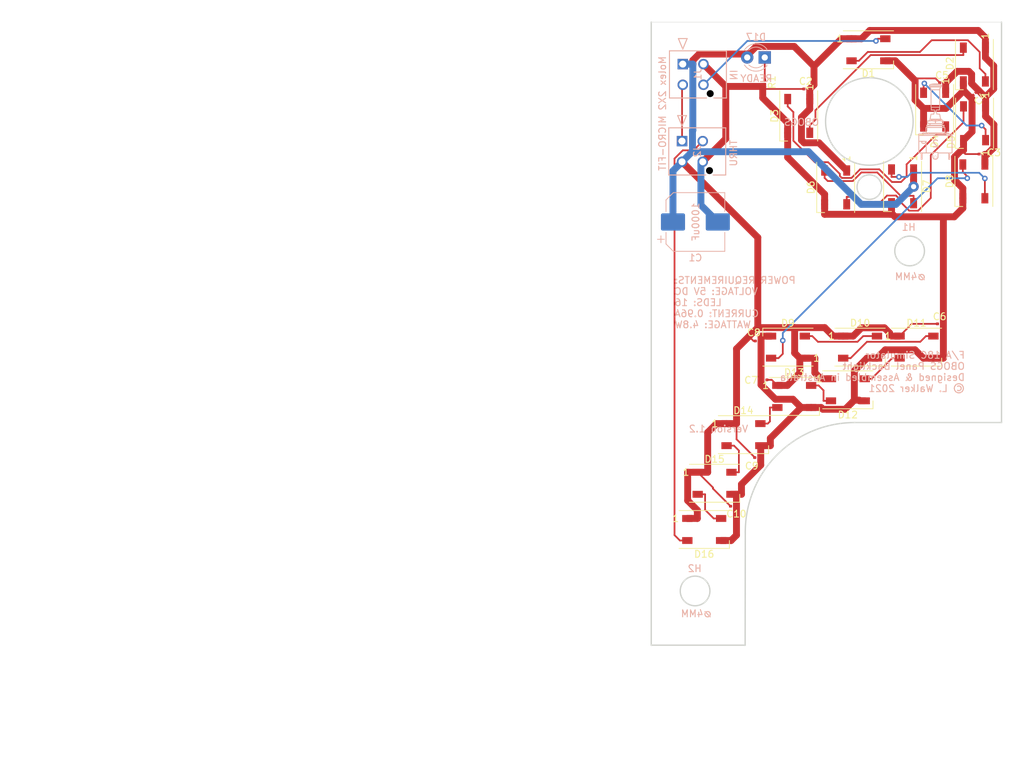
<source format=kicad_pcb>
(kicad_pcb (version 20171130) (host pcbnew "(5.1.6)-1")

  (general
    (thickness 1.6)
    (drawings 106)
    (tracks 326)
    (zones 0)
    (modules 31)
    (nets 22)
  )

  (page A4)
  (layers
    (0 F.Cu signal)
    (31 B.Cu signal)
    (32 B.Adhes user)
    (33 F.Adhes user)
    (34 B.Paste user)
    (35 F.Paste user)
    (36 B.SilkS user)
    (37 F.SilkS user)
    (38 B.Mask user)
    (39 F.Mask user)
    (40 Dwgs.User user)
    (41 Cmts.User user)
    (42 Eco1.User user)
    (43 Eco2.User user)
    (44 Edge.Cuts user)
    (45 Margin user)
    (46 B.CrtYd user)
    (47 F.CrtYd user)
    (48 B.Fab user)
    (49 F.Fab user)
  )

  (setup
    (last_trace_width 0.25)
    (user_trace_width 0.25)
    (trace_clearance 0.2)
    (zone_clearance 0.508)
    (zone_45_only no)
    (trace_min 0.2)
    (via_size 0.8)
    (via_drill 0.4)
    (via_min_size 0.4)
    (via_min_drill 0.3)
    (uvia_size 0.3)
    (uvia_drill 0.1)
    (uvias_allowed no)
    (uvia_min_size 0.2)
    (uvia_min_drill 0.1)
    (edge_width 0.05)
    (segment_width 0.2)
    (pcb_text_width 0.3)
    (pcb_text_size 1.5 1.5)
    (mod_edge_width 0.12)
    (mod_text_size 1 1)
    (mod_text_width 0.15)
    (pad_size 1.524 1.524)
    (pad_drill 0.762)
    (pad_to_mask_clearance 0.05)
    (aux_axis_origin 0 0)
    (visible_elements 7FFFFFFF)
    (pcbplotparams
      (layerselection 0x010fc_ffffffff)
      (usegerberextensions false)
      (usegerberattributes true)
      (usegerberadvancedattributes true)
      (creategerberjobfile true)
      (excludeedgelayer true)
      (linewidth 0.100000)
      (plotframeref false)
      (viasonmask false)
      (mode 1)
      (useauxorigin false)
      (hpglpennumber 1)
      (hpglpenspeed 20)
      (hpglpendiameter 15.000000)
      (psnegative false)
      (psa4output false)
      (plotreference true)
      (plotvalue true)
      (plotinvisibletext false)
      (padsonsilk false)
      (subtractmaskfromsilk false)
      (outputformat 1)
      (mirror false)
      (drillshape 1)
      (scaleselection 1)
      (outputdirectory ""))
  )

  (net 0 "")
  (net 1 /LED+5V)
  (net 2 "Net-(D1-Pad2)")
  (net 3 /DATAIN)
  (net 4 /LEDGND)
  (net 5 "Net-(D2-Pad2)")
  (net 6 "Net-(D3-Pad2)")
  (net 7 "Net-(D4-Pad2)")
  (net 8 "Net-(D5-Pad2)")
  (net 9 "Net-(D6-Pad2)")
  (net 10 "Net-(D7-Pad2)")
  (net 11 "Net-(D8-Pad2)")
  (net 12 "Net-(D10-Pad4)")
  (net 13 "Net-(D10-Pad2)")
  (net 14 "Net-(D11-Pad2)")
  (net 15 "Net-(D12-Pad2)")
  (net 16 "Net-(D13-Pad2)")
  (net 17 "Net-(D14-Pad2)")
  (net 18 "Net-(D15-Pad2)")
  (net 19 /DATAOUT)
  (net 20 "Net-(D17-Pad1)")
  (net 21 /DATALOOP)

  (net_class Default "This is the default net class."
    (clearance 0.2)
    (trace_width 0.25)
    (via_dia 0.8)
    (via_drill 0.4)
    (uvia_dia 0.3)
    (uvia_drill 0.1)
    (add_net /DATAIN)
    (add_net /DATALOOP)
    (add_net /DATAOUT)
    (add_net "Net-(D1-Pad2)")
    (add_net "Net-(D10-Pad2)")
    (add_net "Net-(D10-Pad4)")
    (add_net "Net-(D11-Pad2)")
    (add_net "Net-(D12-Pad2)")
    (add_net "Net-(D13-Pad2)")
    (add_net "Net-(D14-Pad2)")
    (add_net "Net-(D15-Pad2)")
    (add_net "Net-(D17-Pad1)")
    (add_net "Net-(D2-Pad2)")
    (add_net "Net-(D3-Pad2)")
    (add_net "Net-(D4-Pad2)")
    (add_net "Net-(D5-Pad2)")
    (add_net "Net-(D6-Pad2)")
    (add_net "Net-(D7-Pad2)")
    (add_net "Net-(D8-Pad2)")
  )

  (net_class LED+5V ""
    (clearance 0.2)
    (trace_width 1)
    (via_dia 1.5)
    (via_drill 0.75)
    (uvia_dia 0.3)
    (uvia_drill 0.1)
    (add_net /LED+5V)
    (add_net /LEDGND)
  )

  (module Capacitor_SMD:C_0201_0603Metric (layer F.Cu) (tedit 5F68FEEE) (tstamp 5F972145)
    (at 170.4696 111.1504)
    (descr "Capacitor SMD 0201 (0603 Metric), square (rectangular) end terminal, IPC_7351 nominal, (Body size source: https://www.vishay.com/docs/20052/crcw0201e3.pdf), generated with kicad-footprint-generator")
    (tags capacitor)
    (path /5F9B4D4D)
    (attr smd)
    (fp_text reference C10 (at 0.5232 1.1176) (layer F.SilkS)
      (effects (font (size 1 1) (thickness 0.15)))
    )
    (fp_text value C (at 0 1.05) (layer F.Fab)
      (effects (font (size 1 1) (thickness 0.15)))
    )
    (fp_line (start -0.3 0.15) (end -0.3 -0.15) (layer F.Fab) (width 0.1))
    (fp_line (start -0.3 -0.15) (end 0.3 -0.15) (layer F.Fab) (width 0.1))
    (fp_line (start 0.3 -0.15) (end 0.3 0.15) (layer F.Fab) (width 0.1))
    (fp_line (start 0.3 0.15) (end -0.3 0.15) (layer F.Fab) (width 0.1))
    (fp_line (start -0.7 0.35) (end -0.7 -0.35) (layer F.CrtYd) (width 0.05))
    (fp_line (start -0.7 -0.35) (end 0.7 -0.35) (layer F.CrtYd) (width 0.05))
    (fp_line (start 0.7 -0.35) (end 0.7 0.35) (layer F.CrtYd) (width 0.05))
    (fp_line (start 0.7 0.35) (end -0.7 0.35) (layer F.CrtYd) (width 0.05))
    (fp_text user %R (at 0 -0.68) (layer F.Fab)
      (effects (font (size 0.25 0.25) (thickness 0.04)))
    )
    (pad 2 smd roundrect (at 0.32 0) (size 0.46 0.4) (layers F.Cu F.Mask) (roundrect_rratio 0.25)
      (net 4 /LEDGND))
    (pad 1 smd roundrect (at -0.32 0) (size 0.46 0.4) (layers F.Cu F.Mask) (roundrect_rratio 0.25)
      (net 1 /LED+5V))
    (pad "" smd roundrect (at 0.345 0) (size 0.318 0.36) (layers F.Paste) (roundrect_rratio 0.25))
    (pad "" smd roundrect (at -0.345 0) (size 0.318 0.36) (layers F.Paste) (roundrect_rratio 0.25))
    (model ${KISYS3DMOD}/Capacitor_SMD.3dshapes/C_0201_0603Metric.wrl
      (at (xyz 0 0 0))
      (scale (xyz 1 1 1))
      (rotate (xyz 0 0 0))
    )
  )

  (module Capacitor_SMD:C_0201_0603Metric (layer F.Cu) (tedit 5F68FEEE) (tstamp 5F972134)
    (at 173.9748 104.0892)
    (descr "Capacitor SMD 0201 (0603 Metric), square (rectangular) end terminal, IPC_7351 nominal, (Body size source: https://www.vishay.com/docs/20052/crcw0201e3.pdf), generated with kicad-footprint-generator")
    (tags capacitor)
    (path /5F9B2A50)
    (attr smd)
    (fp_text reference C9 (at -0.7468 1.2192) (layer F.SilkS)
      (effects (font (size 1 1) (thickness 0.15)))
    )
    (fp_text value C (at 0 1.05) (layer F.Fab)
      (effects (font (size 1 1) (thickness 0.15)))
    )
    (fp_line (start -0.3 0.15) (end -0.3 -0.15) (layer F.Fab) (width 0.1))
    (fp_line (start -0.3 -0.15) (end 0.3 -0.15) (layer F.Fab) (width 0.1))
    (fp_line (start 0.3 -0.15) (end 0.3 0.15) (layer F.Fab) (width 0.1))
    (fp_line (start 0.3 0.15) (end -0.3 0.15) (layer F.Fab) (width 0.1))
    (fp_line (start -0.7 0.35) (end -0.7 -0.35) (layer F.CrtYd) (width 0.05))
    (fp_line (start -0.7 -0.35) (end 0.7 -0.35) (layer F.CrtYd) (width 0.05))
    (fp_line (start 0.7 -0.35) (end 0.7 0.35) (layer F.CrtYd) (width 0.05))
    (fp_line (start 0.7 0.35) (end -0.7 0.35) (layer F.CrtYd) (width 0.05))
    (fp_text user %R (at 0 -0.68) (layer F.Fab)
      (effects (font (size 0.25 0.25) (thickness 0.04)))
    )
    (pad 2 smd roundrect (at 0.32 0) (size 0.46 0.4) (layers F.Cu F.Mask) (roundrect_rratio 0.25)
      (net 4 /LEDGND))
    (pad 1 smd roundrect (at -0.32 0) (size 0.46 0.4) (layers F.Cu F.Mask) (roundrect_rratio 0.25)
      (net 1 /LED+5V))
    (pad "" smd roundrect (at 0.345 0) (size 0.318 0.36) (layers F.Paste) (roundrect_rratio 0.25))
    (pad "" smd roundrect (at -0.345 0) (size 0.318 0.36) (layers F.Paste) (roundrect_rratio 0.25))
    (model ${KISYS3DMOD}/Capacitor_SMD.3dshapes/C_0201_0603Metric.wrl
      (at (xyz 0 0 0))
      (scale (xyz 1 1 1))
      (rotate (xyz 0 0 0))
    )
  )

  (module Capacitor_SMD:C_0201_0603Metric (layer F.Cu) (tedit 5F68FEEE) (tstamp 5F972123)
    (at 174.056 87.1728)
    (descr "Capacitor SMD 0201 (0603 Metric), square (rectangular) end terminal, IPC_7351 nominal, (Body size source: https://www.vishay.com/docs/20052/crcw0201e3.pdf), generated with kicad-footprint-generator")
    (tags capacitor)
    (path /5F9B180A)
    (attr smd)
    (fp_text reference C8 (at -0.5232 -1.2192) (layer F.SilkS)
      (effects (font (size 1 1) (thickness 0.15)))
    )
    (fp_text value C (at 0 1.05) (layer F.Fab)
      (effects (font (size 1 1) (thickness 0.15)))
    )
    (fp_line (start -0.3 0.15) (end -0.3 -0.15) (layer F.Fab) (width 0.1))
    (fp_line (start -0.3 -0.15) (end 0.3 -0.15) (layer F.Fab) (width 0.1))
    (fp_line (start 0.3 -0.15) (end 0.3 0.15) (layer F.Fab) (width 0.1))
    (fp_line (start 0.3 0.15) (end -0.3 0.15) (layer F.Fab) (width 0.1))
    (fp_line (start -0.7 0.35) (end -0.7 -0.35) (layer F.CrtYd) (width 0.05))
    (fp_line (start -0.7 -0.35) (end 0.7 -0.35) (layer F.CrtYd) (width 0.05))
    (fp_line (start 0.7 -0.35) (end 0.7 0.35) (layer F.CrtYd) (width 0.05))
    (fp_line (start 0.7 0.35) (end -0.7 0.35) (layer F.CrtYd) (width 0.05))
    (fp_text user %R (at 0 -0.68) (layer F.Fab)
      (effects (font (size 0.25 0.25) (thickness 0.04)))
    )
    (pad 2 smd roundrect (at 0.32 0) (size 0.46 0.4) (layers F.Cu F.Mask) (roundrect_rratio 0.25)
      (net 4 /LEDGND))
    (pad 1 smd roundrect (at -0.32 0) (size 0.46 0.4) (layers F.Cu F.Mask) (roundrect_rratio 0.25)
      (net 1 /LED+5V))
    (pad "" smd roundrect (at 0.345 0) (size 0.318 0.36) (layers F.Paste) (roundrect_rratio 0.25))
    (pad "" smd roundrect (at -0.345 0) (size 0.318 0.36) (layers F.Paste) (roundrect_rratio 0.25))
    (model ${KISYS3DMOD}/Capacitor_SMD.3dshapes/C_0201_0603Metric.wrl
      (at (xyz 0 0 0))
      (scale (xyz 1 1 1))
      (rotate (xyz 0 0 0))
    )
  )

  (module Capacitor_SMD:C_0201_0603Metric (layer F.Cu) (tedit 5F68FEEE) (tstamp 5F972112)
    (at 175.1076 92.8116 180)
    (descr "Capacitor SMD 0201 (0603 Metric), square (rectangular) end terminal, IPC_7351 nominal, (Body size source: https://www.vishay.com/docs/20052/crcw0201e3.pdf), generated with kicad-footprint-generator")
    (tags capacitor)
    (path /5F9B04C1)
    (attr smd)
    (fp_text reference C7 (at 1.9812 -0.0508) (layer F.SilkS)
      (effects (font (size 1 1) (thickness 0.15)))
    )
    (fp_text value C (at 0 1.05) (layer F.Fab)
      (effects (font (size 1 1) (thickness 0.15)))
    )
    (fp_line (start -0.3 0.15) (end -0.3 -0.15) (layer F.Fab) (width 0.1))
    (fp_line (start -0.3 -0.15) (end 0.3 -0.15) (layer F.Fab) (width 0.1))
    (fp_line (start 0.3 -0.15) (end 0.3 0.15) (layer F.Fab) (width 0.1))
    (fp_line (start 0.3 0.15) (end -0.3 0.15) (layer F.Fab) (width 0.1))
    (fp_line (start -0.7 0.35) (end -0.7 -0.35) (layer F.CrtYd) (width 0.05))
    (fp_line (start -0.7 -0.35) (end 0.7 -0.35) (layer F.CrtYd) (width 0.05))
    (fp_line (start 0.7 -0.35) (end 0.7 0.35) (layer F.CrtYd) (width 0.05))
    (fp_line (start 0.7 0.35) (end -0.7 0.35) (layer F.CrtYd) (width 0.05))
    (fp_text user %R (at 0 -0.68) (layer F.Fab)
      (effects (font (size 0.25 0.25) (thickness 0.04)))
    )
    (pad 2 smd roundrect (at 0.32 0 180) (size 0.46 0.4) (layers F.Cu F.Mask) (roundrect_rratio 0.25)
      (net 4 /LEDGND))
    (pad 1 smd roundrect (at -0.32 0 180) (size 0.46 0.4) (layers F.Cu F.Mask) (roundrect_rratio 0.25)
      (net 1 /LED+5V))
    (pad "" smd roundrect (at 0.345 0 180) (size 0.318 0.36) (layers F.Paste) (roundrect_rratio 0.25))
    (pad "" smd roundrect (at -0.345 0 180) (size 0.318 0.36) (layers F.Paste) (roundrect_rratio 0.25))
    (model ${KISYS3DMOD}/Capacitor_SMD.3dshapes/C_0201_0603Metric.wrl
      (at (xyz 0 0 0))
      (scale (xyz 1 1 1))
      (rotate (xyz 0 0 0))
    )
  )

  (module Capacitor_SMD:C_0201_0603Metric (layer F.Cu) (tedit 5F68FEEE) (tstamp 5F972101)
    (at 200.472 84.6836)
    (descr "Capacitor SMD 0201 (0603 Metric), square (rectangular) end terminal, IPC_7351 nominal, (Body size source: https://www.vishay.com/docs/20052/crcw0201e3.pdf), generated with kicad-footprint-generator")
    (tags capacitor)
    (path /5F9AF091)
    (attr smd)
    (fp_text reference C6 (at 0 -1.05) (layer F.SilkS)
      (effects (font (size 1 1) (thickness 0.15)))
    )
    (fp_text value C (at 0 1.05) (layer F.Fab)
      (effects (font (size 1 1) (thickness 0.15)))
    )
    (fp_line (start -0.3 0.15) (end -0.3 -0.15) (layer F.Fab) (width 0.1))
    (fp_line (start -0.3 -0.15) (end 0.3 -0.15) (layer F.Fab) (width 0.1))
    (fp_line (start 0.3 -0.15) (end 0.3 0.15) (layer F.Fab) (width 0.1))
    (fp_line (start 0.3 0.15) (end -0.3 0.15) (layer F.Fab) (width 0.1))
    (fp_line (start -0.7 0.35) (end -0.7 -0.35) (layer F.CrtYd) (width 0.05))
    (fp_line (start -0.7 -0.35) (end 0.7 -0.35) (layer F.CrtYd) (width 0.05))
    (fp_line (start 0.7 -0.35) (end 0.7 0.35) (layer F.CrtYd) (width 0.05))
    (fp_line (start 0.7 0.35) (end -0.7 0.35) (layer F.CrtYd) (width 0.05))
    (fp_text user %R (at 0 -0.68) (layer F.Fab)
      (effects (font (size 0.25 0.25) (thickness 0.04)))
    )
    (pad 2 smd roundrect (at 0.32 0) (size 0.46 0.4) (layers F.Cu F.Mask) (roundrect_rratio 0.25)
      (net 4 /LEDGND))
    (pad 1 smd roundrect (at -0.32 0) (size 0.46 0.4) (layers F.Cu F.Mask) (roundrect_rratio 0.25)
      (net 1 /LED+5V))
    (pad "" smd roundrect (at 0.345 0) (size 0.318 0.36) (layers F.Paste) (roundrect_rratio 0.25))
    (pad "" smd roundrect (at -0.345 0) (size 0.318 0.36) (layers F.Paste) (roundrect_rratio 0.25))
    (model ${KISYS3DMOD}/Capacitor_SMD.3dshapes/C_0201_0603Metric.wrl
      (at (xyz 0 0 0))
      (scale (xyz 1 1 1))
      (rotate (xyz 0 0 0))
    )
  )

  (module Capacitor_SMD:C_0201_0603Metric (layer F.Cu) (tedit 5F68FEEE) (tstamp 5F9720F0)
    (at 200.8124 49.6824 180)
    (descr "Capacitor SMD 0201 (0603 Metric), square (rectangular) end terminal, IPC_7351 nominal, (Body size source: https://www.vishay.com/docs/20052/crcw0201e3.pdf), generated with kicad-footprint-generator")
    (tags capacitor)
    (path /5F9ADC6B)
    (attr smd)
    (fp_text reference C5 (at 0 1.0668) (layer F.SilkS)
      (effects (font (size 1 1) (thickness 0.15)))
    )
    (fp_text value C (at 0 1.05) (layer F.Fab)
      (effects (font (size 1 1) (thickness 0.15)))
    )
    (fp_line (start -0.3 0.15) (end -0.3 -0.15) (layer F.Fab) (width 0.1))
    (fp_line (start -0.3 -0.15) (end 0.3 -0.15) (layer F.Fab) (width 0.1))
    (fp_line (start 0.3 -0.15) (end 0.3 0.15) (layer F.Fab) (width 0.1))
    (fp_line (start 0.3 0.15) (end -0.3 0.15) (layer F.Fab) (width 0.1))
    (fp_line (start -0.7 0.35) (end -0.7 -0.35) (layer F.CrtYd) (width 0.05))
    (fp_line (start -0.7 -0.35) (end 0.7 -0.35) (layer F.CrtYd) (width 0.05))
    (fp_line (start 0.7 -0.35) (end 0.7 0.35) (layer F.CrtYd) (width 0.05))
    (fp_line (start 0.7 0.35) (end -0.7 0.35) (layer F.CrtYd) (width 0.05))
    (fp_text user %R (at 0 -0.68) (layer F.Fab)
      (effects (font (size 0.25 0.25) (thickness 0.04)))
    )
    (pad 2 smd roundrect (at 0.32 0 180) (size 0.46 0.4) (layers F.Cu F.Mask) (roundrect_rratio 0.25)
      (net 4 /LEDGND))
    (pad 1 smd roundrect (at -0.32 0 180) (size 0.46 0.4) (layers F.Cu F.Mask) (roundrect_rratio 0.25)
      (net 1 /LED+5V))
    (pad "" smd roundrect (at 0.345 0 180) (size 0.318 0.36) (layers F.Paste) (roundrect_rratio 0.25))
    (pad "" smd roundrect (at -0.345 0 180) (size 0.318 0.36) (layers F.Paste) (roundrect_rratio 0.25))
    (model ${KISYS3DMOD}/Capacitor_SMD.3dshapes/C_0201_0603Metric.wrl
      (at (xyz 0 0 0))
      (scale (xyz 1 1 1))
      (rotate (xyz 0 0 0))
    )
  )

  (module Capacitor_SMD:C_0201_0603Metric (layer F.Cu) (tedit 5F68FEEE) (tstamp 5F9720DF)
    (at 205.5368 51.308 225)
    (descr "Capacitor SMD 0201 (0603 Metric), square (rectangular) end terminal, IPC_7351 nominal, (Body size source: https://www.vishay.com/docs/20052/crcw0201e3.pdf), generated with kicad-footprint-generator")
    (tags capacitor)
    (path /5F9AC893)
    (attr smd)
    (fp_text reference C4 (at -0.085658 -1.135657 45) (layer F.SilkS)
      (effects (font (size 1 1) (thickness 0.15)))
    )
    (fp_text value C (at 0 1.05 45) (layer F.Fab)
      (effects (font (size 1 1) (thickness 0.15)))
    )
    (fp_line (start -0.3 0.15) (end -0.3 -0.15) (layer F.Fab) (width 0.1))
    (fp_line (start -0.3 -0.15) (end 0.3 -0.15) (layer F.Fab) (width 0.1))
    (fp_line (start 0.3 -0.15) (end 0.3 0.15) (layer F.Fab) (width 0.1))
    (fp_line (start 0.3 0.15) (end -0.3 0.15) (layer F.Fab) (width 0.1))
    (fp_line (start -0.7 0.35) (end -0.7 -0.35) (layer F.CrtYd) (width 0.05))
    (fp_line (start -0.7 -0.35) (end 0.7 -0.35) (layer F.CrtYd) (width 0.05))
    (fp_line (start 0.7 -0.35) (end 0.7 0.35) (layer F.CrtYd) (width 0.05))
    (fp_line (start 0.7 0.35) (end -0.7 0.35) (layer F.CrtYd) (width 0.05))
    (fp_text user %R (at 0 -0.68 45) (layer F.Fab)
      (effects (font (size 0.25 0.25) (thickness 0.04)))
    )
    (pad 2 smd roundrect (at 0.32 0 225) (size 0.46 0.4) (layers F.Cu F.Mask) (roundrect_rratio 0.25)
      (net 4 /LEDGND))
    (pad 1 smd roundrect (at -0.32 0 225) (size 0.46 0.4) (layers F.Cu F.Mask) (roundrect_rratio 0.25)
      (net 1 /LED+5V))
    (pad "" smd roundrect (at 0.345 0 225) (size 0.318 0.36) (layers F.Paste) (roundrect_rratio 0.25))
    (pad "" smd roundrect (at -0.345 0 225) (size 0.318 0.36) (layers F.Paste) (roundrect_rratio 0.25))
    (model ${KISYS3DMOD}/Capacitor_SMD.3dshapes/C_0201_0603Metric.wrl
      (at (xyz 0 0 0))
      (scale (xyz 1 1 1))
      (rotate (xyz 0 0 0))
    )
  )

  (module Capacitor_SMD:C_0201_0603Metric (layer F.Cu) (tedit 5F68FEEE) (tstamp 5F9720CE)
    (at 206.5172 60.0456 180)
    (descr "Capacitor SMD 0201 (0603 Metric), square (rectangular) end terminal, IPC_7351 nominal, (Body size source: https://www.vishay.com/docs/20052/crcw0201e3.pdf), generated with kicad-footprint-generator")
    (tags capacitor)
    (path /5F9AB51B)
    (attr smd)
    (fp_text reference C3 (at -1.8644 0.2032) (layer F.SilkS)
      (effects (font (size 1 1) (thickness 0.15)))
    )
    (fp_text value C (at 0 1.05) (layer F.Fab)
      (effects (font (size 1 1) (thickness 0.15)))
    )
    (fp_line (start -0.3 0.15) (end -0.3 -0.15) (layer F.Fab) (width 0.1))
    (fp_line (start -0.3 -0.15) (end 0.3 -0.15) (layer F.Fab) (width 0.1))
    (fp_line (start 0.3 -0.15) (end 0.3 0.15) (layer F.Fab) (width 0.1))
    (fp_line (start 0.3 0.15) (end -0.3 0.15) (layer F.Fab) (width 0.1))
    (fp_line (start -0.7 0.35) (end -0.7 -0.35) (layer F.CrtYd) (width 0.05))
    (fp_line (start -0.7 -0.35) (end 0.7 -0.35) (layer F.CrtYd) (width 0.05))
    (fp_line (start 0.7 -0.35) (end 0.7 0.35) (layer F.CrtYd) (width 0.05))
    (fp_line (start 0.7 0.35) (end -0.7 0.35) (layer F.CrtYd) (width 0.05))
    (fp_text user %R (at 0 -0.68) (layer F.Fab)
      (effects (font (size 0.25 0.25) (thickness 0.04)))
    )
    (pad 2 smd roundrect (at 0.32 0 180) (size 0.46 0.4) (layers F.Cu F.Mask) (roundrect_rratio 0.25)
      (net 4 /LEDGND))
    (pad 1 smd roundrect (at -0.32 0 180) (size 0.46 0.4) (layers F.Cu F.Mask) (roundrect_rratio 0.25)
      (net 1 /LED+5V))
    (pad "" smd roundrect (at 0.345 0 180) (size 0.318 0.36) (layers F.Paste) (roundrect_rratio 0.25))
    (pad "" smd roundrect (at -0.345 0 180) (size 0.318 0.36) (layers F.Paste) (roundrect_rratio 0.25))
    (model ${KISYS3DMOD}/Capacitor_SMD.3dshapes/C_0201_0603Metric.wrl
      (at (xyz 0 0 0))
      (scale (xyz 1 1 1))
      (rotate (xyz 0 0 0))
    )
  )

  (module Capacitor_SMD:C_0201_0603Metric (layer F.Cu) (tedit 5F68FEEE) (tstamp 5F9720BD)
    (at 181.102 50.5968 180)
    (descr "Capacitor SMD 0201 (0603 Metric), square (rectangular) end terminal, IPC_7351 nominal, (Body size source: https://www.vishay.com/docs/20052/crcw0201e3.pdf), generated with kicad-footprint-generator")
    (tags capacitor)
    (path /5F9AA99A)
    (attr smd)
    (fp_text reference C2 (at 0.0508 1.1176) (layer F.SilkS)
      (effects (font (size 1 1) (thickness 0.15)))
    )
    (fp_text value C (at 0 1.05) (layer F.Fab)
      (effects (font (size 1 1) (thickness 0.15)))
    )
    (fp_line (start -0.3 0.15) (end -0.3 -0.15) (layer F.Fab) (width 0.1))
    (fp_line (start -0.3 -0.15) (end 0.3 -0.15) (layer F.Fab) (width 0.1))
    (fp_line (start 0.3 -0.15) (end 0.3 0.15) (layer F.Fab) (width 0.1))
    (fp_line (start 0.3 0.15) (end -0.3 0.15) (layer F.Fab) (width 0.1))
    (fp_line (start -0.7 0.35) (end -0.7 -0.35) (layer F.CrtYd) (width 0.05))
    (fp_line (start -0.7 -0.35) (end 0.7 -0.35) (layer F.CrtYd) (width 0.05))
    (fp_line (start 0.7 -0.35) (end 0.7 0.35) (layer F.CrtYd) (width 0.05))
    (fp_line (start 0.7 0.35) (end -0.7 0.35) (layer F.CrtYd) (width 0.05))
    (fp_text user %R (at 0 -0.68) (layer F.Fab)
      (effects (font (size 0.25 0.25) (thickness 0.04)))
    )
    (pad 2 smd roundrect (at 0.32 0 180) (size 0.46 0.4) (layers F.Cu F.Mask) (roundrect_rratio 0.25)
      (net 4 /LEDGND))
    (pad 1 smd roundrect (at -0.32 0 180) (size 0.46 0.4) (layers F.Cu F.Mask) (roundrect_rratio 0.25)
      (net 1 /LED+5V))
    (pad "" smd roundrect (at 0.345 0 180) (size 0.318 0.36) (layers F.Paste) (roundrect_rratio 0.25))
    (pad "" smd roundrect (at -0.345 0 180) (size 0.318 0.36) (layers F.Paste) (roundrect_rratio 0.25))
    (model ${KISYS3DMOD}/Capacitor_SMD.3dshapes/C_0201_0603Metric.wrl
      (at (xyz 0 0 0))
      (scale (xyz 1 1 1))
      (rotate (xyz 0 0 0))
    )
  )

  (module "Kicad Footprint Files:S2ALToggle" (layer B.Cu) (tedit 5F954E32) (tstamp 5F97143C)
    (at 199.9996 55.4736 180)
    (fp_text reference G*** (at 1.77 0) (layer B.SilkS) hide
      (effects (font (size 1.524 1.524) (thickness 0.3)) (justify mirror))
    )
    (fp_text value LOGO (at 2.52 0) (layer B.SilkS) hide
      (effects (font (size 1.524 1.524) (thickness 0.3)) (justify mirror))
    )
    (fp_poly (pts (xy 0.180394 -4.804045) (xy 0.22647 -4.824138) (xy 0.228621 -4.825232) (xy 0.287141 -4.870937)
      (xy 0.32513 -4.933066) (xy 0.341601 -5.003918) (xy 0.335567 -5.075792) (xy 0.306044 -5.140986)
      (xy 0.273566 -5.176319) (xy 0.226722 -5.198492) (xy 0.163257 -5.207686) (xy 0.095411 -5.204158)
      (xy 0.035421 -5.188165) (xy 0.005845 -5.17071) (xy -0.043743 -5.109701) (xy -0.065458 -5.036978)
      (xy -0.063249 -5.015338) (xy -0.038262 -5.015338) (xy -0.023655 -5.078391) (xy 0.019579 -5.136996)
      (xy 0.030049 -5.146283) (xy 0.075893 -5.167569) (xy 0.136897 -5.175009) (xy 0.199748 -5.168804)
      (xy 0.251132 -5.149156) (xy 0.259875 -5.142801) (xy 0.28923 -5.100606) (xy 0.305299 -5.041067)
      (xy 0.305963 -4.976558) (xy 0.295646 -4.933805) (xy 0.268589 -4.896454) (xy 0.22239 -4.862111)
      (xy 0.214448 -4.857851) (xy 0.174361 -4.838654) (xy 0.146334 -4.832985) (xy 0.115627 -4.840618)
      (xy 0.079998 -4.855811) (xy 0.014533 -4.898416) (xy -0.025209 -4.953469) (xy -0.038262 -5.015338)
      (xy -0.063249 -5.015338) (xy -0.057491 -4.958952) (xy -0.055557 -4.952793) (xy -0.019177 -4.883589)
      (xy 0.039208 -4.834649) (xy 0.102569 -4.808415) (xy 0.144336 -4.799503) (xy 0.180394 -4.804045)) (layer B.SilkS) (width 0.01))
    (fp_poly (pts (xy 0.281184 5.620244) (xy 0.450457 5.610722) (xy 0.603262 5.59425) (xy 0.674625 5.582664)
      (xy 0.755419 5.566224) (xy 0.829323 5.548766) (xy 0.888235 5.532356) (xy 0.924056 5.519064)
      (xy 0.924387 5.518894) (xy 0.976408 5.478394) (xy 1.008638 5.41932) (xy 1.022837 5.337835)
      (xy 1.023875 5.302089) (xy 1.022731 5.250159) (xy 1.01608 5.214076) (xy 0.999088 5.182635)
      (xy 0.966922 5.144634) (xy 0.946489 5.122706) (xy 0.900098 5.068602) (xy 0.857299 5.010781)
      (xy 0.831395 4.968875) (xy 0.793687 4.897438) (xy 0.789206 3.552032) (xy 0.788181 3.298353)
      (xy 0.786885 3.06886) (xy 0.785329 2.86443) (xy 0.783527 2.685937) (xy 0.781492 2.534256)
      (xy 0.779237 2.410262) (xy 0.776774 2.31483) (xy 0.774117 2.248834) (xy 0.771278 2.213151)
      (xy 0.769362 2.206625) (xy 0.763012 2.191509) (xy 0.758105 2.149152) (xy 0.754988 2.084047)
      (xy 0.754 2.008188) (xy 0.754 1.80975) (xy 0.282172 1.80975) (xy 0.272161 1.726407)
      (xy 0.264873 1.659848) (xy 0.263118 1.618694) (xy 0.267777 1.596942) (xy 0.279731 1.58859)
      (xy 0.292555 1.5875) (xy 0.307927 1.586047) (xy 0.319619 1.578347) (xy 0.329446 1.559389)
      (xy 0.339222 1.524162) (xy 0.35076 1.467654) (xy 0.365833 1.385094) (xy 0.392173 1.23825)
      (xy 0.587263 1.23825) (xy 0.674345 1.237385) (xy 0.733984 1.234487) (xy 0.770445 1.229108)
      (xy 0.787994 1.220799) (xy 0.790575 1.216822) (xy 0.795641 1.195415) (xy 0.805181 1.147598)
      (xy 0.818279 1.078254) (xy 0.834021 0.992261) (xy 0.85149 0.894501) (xy 0.858323 0.855666)
      (xy 0.876345 0.755925) (xy 0.893406 0.667272) (xy 0.908536 0.594302) (xy 0.920764 0.541609)
      (xy 0.929121 0.513787) (xy 0.931174 0.510646) (xy 0.937808 0.493339) (xy 0.942581 0.452897)
      (xy 0.944496 0.397925) (xy 0.9445 0.395553) (xy 0.9445 0.28575) (xy 1.277875 0.28575)
      (xy 1.277875 -0.142875) (xy 0.9445 -0.142875) (xy 0.9445 -0.364276) (xy 1.412812 -0.373062)
      (xy 1.417787 -0.424656) (xy 1.418312 -0.460097) (xy 1.405761 -0.474056) (xy 1.380934 -0.47625)
      (xy 1.352707 -0.478236) (xy 1.352109 -0.488184) (xy 1.364029 -0.501172) (xy 1.39406 -0.551242)
      (xy 1.4004 -0.609924) (xy 1.391014 -0.644855) (xy 1.37752 -0.676876) (xy 1.379171 -0.692668)
      (xy 1.401689 -0.697965) (xy 1.444562 -0.6985) (xy 1.516 -0.6985) (xy 1.516 -1.524)
      (xy 1.333437 -1.524) (xy 1.261561 -1.524686) (xy 1.203006 -1.526551) (xy 1.164041 -1.529305)
      (xy 1.150875 -1.532447) (xy 1.156441 -1.551264) (xy 1.170196 -1.587029) (xy 1.173877 -1.595947)
      (xy 1.196879 -1.651) (xy 1.627125 -1.651) (xy 1.627125 -1.618206) (xy 1.658875 -1.618206)
      (xy 1.660602 -1.632285) (xy 1.669375 -1.641629) (xy 1.690576 -1.647204) (xy 1.729589 -1.649977)
      (xy 1.791797 -1.650915) (xy 1.841437 -1.651) (xy 2.024 -1.651) (xy 2.024 -1.60655)
      (xy 2.020295 -1.570931) (xy 2.005776 -1.547144) (xy 1.975337 -1.532913) (xy 1.92387 -1.525959)
      (xy 1.846269 -1.524008) (xy 1.838821 -1.524) (xy 1.768325 -1.52475) (xy 1.72293 -1.527832)
      (xy 1.696004 -1.534491) (xy 1.680916 -1.545972) (xy 1.675308 -1.554706) (xy 1.661466 -1.595742)
      (xy 1.658875 -1.618206) (xy 1.627125 -1.618206) (xy 1.627125 -1.610753) (xy 1.63595 -1.566964)
      (xy 1.652763 -1.531378) (xy 1.666534 -1.513275) (xy 1.68373 -1.501829) (xy 1.7113 -1.495522)
      (xy 1.756192 -1.492836) (xy 1.825355 -1.492251) (xy 1.831793 -1.49225) (xy 1.922278 -1.494697)
      (xy 1.985597 -1.50337) (xy 2.026049 -1.520269) (xy 2.047936 -1.547392) (xy 2.055558 -1.586738)
      (xy 2.05575 -1.596337) (xy 2.05575 -1.651) (xy 2.56375 -1.651) (xy 2.56375 -4.429125)
      (xy 2.2145 -4.429125) (xy 2.2145 -5.349875) (xy 2.05575 -5.349875) (xy 2.05575 -4.429125)
      (xy 2.0875 -4.429125) (xy 2.0875 -5.318125) (xy 2.18275 -5.318125) (xy 2.18275 -4.429125)
      (xy 2.0875 -4.429125) (xy 2.05575 -4.429125) (xy 0.547625 -4.429125) (xy 0.547625 -4.711993)
      (xy 0.546282 -4.84247) (xy 0.541584 -4.946163) (xy 0.532528 -5.027947) (xy 0.51811 -5.092702)
      (xy 0.497328 -5.145305) (xy 0.469178 -5.190632) (xy 0.442532 -5.222893) (xy 0.366709 -5.290227)
      (xy 0.282091 -5.330997) (xy 0.181887 -5.348047) (xy 0.141769 -5.348937) (xy 0.042328 -5.340601)
      (xy -0.037396 -5.314651) (xy -0.105359 -5.26682) (xy -0.169522 -5.192841) (xy -0.182085 -5.175268)
      (xy -0.254063 -5.072098) (xy -0.259202 -4.750611) (xy -0.264341 -4.429125) (xy -1.786 -4.429125)
      (xy -1.786 -5.349875) (xy -1.94475 -5.349875) (xy -1.94475 -4.429125) (xy -1.913 -4.429125)
      (xy -1.913 -5.318125) (xy -1.81775 -5.318125) (xy -1.81775 -4.429125) (xy -1.913 -4.429125)
      (xy -1.94475 -4.429125) (xy -2.294 -4.429125) (xy -2.294 -3.049698) (xy -2.293959 -2.807276)
      (xy -2.293811 -2.594662) (xy -2.293522 -2.409917) (xy -2.293057 -2.251098) (xy -2.29238 -2.116266)
      (xy -2.291456 -2.003478) (xy -2.290251 -1.910794) (xy -2.289809 -1.889125) (xy -2.26225 -1.889125)
      (xy -2.26225 -4.397375) (xy -0.280084 -4.397375) (xy -0.273321 -4.34975) (xy -0.231939 -4.34975)
      (xy -0.227126 -4.705497) (xy -0.222313 -5.061245) (xy -0.158636 -5.153836) (xy -0.091029 -5.233942)
      (xy -0.015457 -5.285589) (xy 0.074049 -5.312006) (xy 0.143424 -5.317187) (xy 0.234521 -5.309551)
      (xy 0.301259 -5.286529) (xy 0.353809 -5.253962) (xy 0.40599 -5.213053) (xy 0.416176 -5.203618)
      (xy 0.446811 -5.169802) (xy 0.470624 -5.131995) (xy 0.488426 -5.085879) (xy 0.501026 -5.027133)
      (xy 0.509235 -4.951438) (xy 0.513864 -4.854472) (xy 0.515724 -4.731917) (xy 0.515875 -4.672306)
      (xy 0.515875 -4.34975) (xy -0.231939 -4.34975) (xy -0.273321 -4.34975) (xy -0.269938 -4.325937)
      (xy 0.539687 -4.325937) (xy 0.549833 -4.397375) (xy 1.452221 -4.397375) (xy 1.456271 -3.563937)
      (xy 1.48425 -3.563937) (xy 1.48425 -4.397375) (xy 2.532 -4.397375) (xy 2.532 -2.7305)
      (xy 2.138823 -2.7305) (xy 2.132087 -2.836296) (xy 2.127103 -2.8946) (xy 2.118182 -2.932295)
      (xy 2.100556 -2.960514) (xy 2.069459 -2.990387) (xy 2.064092 -2.995046) (xy 2.013705 -3.03137)
      (xy 1.966601 -3.046529) (xy 1.94198 -3.048) (xy 1.898829 -3.043715) (xy 1.881827 -3.029664)
      (xy 1.881125 -3.024187) (xy 1.867324 -3.005035) (xy 1.841437 -3.000375) (xy 1.809517 -3.008655)
      (xy 1.80175 -3.024187) (xy 1.789014 -3.042967) (xy 1.755532 -3.047069) (xy 1.708392 -3.037087)
      (xy 1.654682 -3.013615) (xy 1.650937 -3.011526) (xy 1.58985 -2.963055) (xy 1.553804 -2.899022)
      (xy 1.540521 -2.815192) (xy 1.540359 -2.805955) (xy 1.540273 -2.804391) (xy 1.563625 -2.804391)
      (xy 1.578178 -2.878356) (xy 1.617987 -2.942342) (xy 1.669548 -2.982786) (xy 1.725691 -3.008571)
      (xy 1.757881 -3.013958) (xy 1.766454 -2.998993) (xy 1.766031 -2.996406) (xy 1.776145 -2.98133)
      (xy 1.806261 -2.972547) (xy 1.845189 -2.970448) (xy 1.881734 -2.975421) (xy 1.904703 -2.987854)
      (xy 1.906781 -2.991517) (xy 1.929196 -3.012962) (xy 1.967169 -3.011995) (xy 2.014731 -2.989547)
      (xy 2.039973 -2.970783) (xy 2.070921 -2.942251) (xy 2.087288 -2.915223) (xy 2.093751 -2.877884)
      (xy 2.094936 -2.831876) (xy 2.095437 -2.738437) (xy 1.851511 -2.734045) (xy 1.749004 -2.732866)
      (xy 1.673993 -2.734254) (xy 1.622263 -2.739238) (xy 1.589597 -2.748849) (xy 1.571778 -2.764117)
      (xy 1.564592 -2.786072) (xy 1.563625 -2.804391) (xy 1.540273 -2.804391) (xy 1.537768 -2.759033)
      (xy 1.529049 -2.736345) (xy 1.512031 -2.730549) (xy 1.505891 -2.732045) (xy 1.500726 -2.738233)
      (xy 1.496452 -2.751625) (xy 1.492985 -2.774733) (xy 1.490241 -2.810071) (xy 1.488137 -2.86015)
      (xy 1.486589 -2.927485) (xy 1.485512 -3.014586) (xy 1.484824 -3.123968) (xy 1.48444 -3.258142)
      (xy 1.484277 -3.419621) (xy 1.48425 -3.563937) (xy 1.456271 -3.563937) (xy 1.460437 -2.706687)
      (xy 1.996218 -2.702507) (xy 2.532 -2.698327) (xy 2.532 -1.889125) (xy -2.26225 -1.889125)
      (xy -2.289809 -1.889125) (xy -2.288729 -1.836274) (xy -2.286854 -1.777975) (xy -2.284593 -1.733957)
      (xy -2.28191 -1.70228) (xy -2.279029 -1.68275) (xy -2.26225 -1.68275) (xy -2.26225 -1.857375)
      (xy 2.532 -1.857375) (xy 2.532 -1.68275) (xy -2.26225 -1.68275) (xy -2.279029 -1.68275)
      (xy -2.27877 -1.681001) (xy -2.275138 -1.66818) (xy -2.270978 -1.661877) (xy -2.26889 -1.660635)
      (xy -2.244723 -1.657236) (xy -2.195116 -1.654362) (xy -2.126375 -1.652247) (xy -2.044807 -1.651121)
      (xy -2.006952 -1.651) (xy -1.770125 -1.651) (xy -1.770125 -1.618206) (xy -1.738375 -1.618206)
      (xy -1.736648 -1.632285) (xy -1.727875 -1.641629) (xy -1.706674 -1.647204) (xy -1.667661 -1.649977)
      (xy -1.605453 -1.650915) (xy -1.555813 -1.651) (xy -1.37325 -1.651) (xy -1.37325 -1.60655)
      (xy -1.376955 -1.570931) (xy -1.391474 -1.547144) (xy -1.421913 -1.532913) (xy -1.47338 -1.525959)
      (xy -1.550981 -1.524008) (xy -1.558429 -1.524) (xy -1.628925 -1.52475) (xy -1.67432 -1.527832)
      (xy -1.701246 -1.534491) (xy -1.716334 -1.545972) (xy -1.721942 -1.554706) (xy -1.735784 -1.595742)
      (xy -1.738375 -1.618206) (xy -1.770125 -1.618206) (xy -1.770125 -1.610753) (xy -1.7613 -1.566964)
      (xy -1.744487 -1.531378) (xy -1.730716 -1.513275) (xy -1.71352 -1.501829) (xy -1.68595 -1.495522)
      (xy -1.641058 -1.492836) (xy -1.571895 -1.492251) (xy -1.565457 -1.49225) (xy -1.474972 -1.494697)
      (xy -1.411653 -1.50337) (xy -1.371201 -1.520269) (xy -1.349314 -1.547392) (xy -1.341692 -1.586738)
      (xy -1.3415 -1.596337) (xy -1.3415 -1.651) (xy -0.900106 -1.651) (xy -0.891291 -1.625712)
      (xy -0.858944 -1.625712) (xy -0.858753 -1.630826) (xy -0.852477 -1.635206) (xy -0.83789 -1.638909)
      (xy -0.812767 -1.641991) (xy -0.774882 -1.644508) (xy -0.722009 -1.646515) (xy -0.651925 -1.648068)
      (xy -0.562402 -1.649223) (xy -0.451215 -1.650037) (xy -0.316139 -1.650564) (xy -0.154949 -1.650862)
      (xy 0.034581 -1.650986) (xy 0.147774 -1.651) (xy 1.164195 -1.651) (xy 1.139252 -1.5875)
      (xy 1.114308 -1.524) (xy -0.830059 -1.524) (xy -0.839649 -1.562212) (xy -0.851222 -1.602946)
      (xy -0.858944 -1.625712) (xy -0.891291 -1.625712) (xy -0.882678 -1.601006) (xy -0.87067 -1.562816)
      (xy -0.865273 -1.538263) (xy -0.86525 -1.537506) (xy -0.880101 -1.532292) (xy -0.920564 -1.528013)
      (xy -0.980504 -1.525104) (xy -1.053787 -1.524) (xy -1.24625 -1.524) (xy -1.24625 -1.120885)
      (xy -1.2463 -0.99415) (xy -1.24586 -0.895622) (xy -1.244052 -0.821762) (xy -1.239995 -0.76903)
      (xy -1.232808 -0.733887) (xy -1.230878 -0.73025) (xy -1.2145 -0.73025) (xy -1.2145 -1.49225)
      (xy 1.48425 -1.49225) (xy 1.48425 -0.73025) (xy -1.2145 -0.73025) (xy -1.230878 -0.73025)
      (xy -1.221612 -0.712793) (xy -1.205526 -0.702208) (xy -1.183669 -0.698592) (xy -1.155162 -0.698406)
      (xy -1.141206 -0.6985) (xy -1.105568 -0.696569) (xy -1.095243 -0.687382) (xy -1.102817 -0.667793)
      (xy -1.117965 -0.613964) (xy -1.087692 -0.613964) (xy -1.086879 -0.630331) (xy -1.082977 -0.644402)
      (xy -1.073906 -0.656353) (xy -1.057582 -0.666358) (xy -1.031922 -0.674591) (xy -0.994845 -0.681228)
      (xy -0.944268 -0.686442) (xy -0.878107 -0.690408) (xy -0.794281 -0.693301) (xy -0.690707 -0.695296)
      (xy -0.565302 -0.696566) (xy -0.415984 -0.697287) (xy -0.240671 -0.697633) (xy -0.03728 -0.697779)
      (xy 0.138096 -0.697864) (xy 0.376627 -0.697835) (xy 0.584765 -0.697452) (xy 0.763862 -0.696694)
      (xy 0.915273 -0.695541) (xy 1.040352 -0.693972) (xy 1.140454 -0.691967) (xy 1.216932 -0.689507)
      (xy 1.27114 -0.68657) (xy 1.304434 -0.683136) (xy 1.31651 -0.680215) (xy 1.357233 -0.648024)
      (xy 1.372444 -0.605475) (xy 1.362783 -0.560207) (xy 1.328894 -0.519862) (xy 1.301643 -0.503238)
      (xy 1.288516 -0.49797) (xy 1.271301 -0.49343) (xy 1.247703 -0.489564) (xy 1.21543 -0.486319)
      (xy 1.17219 -0.483642) (xy 1.115689 -0.481478) (xy 1.043634 -0.479776) (xy 0.953733 -0.478481)
      (xy 0.843693 -0.47754) (xy 0.71122 -0.476899) (xy 0.554022 -0.476506) (xy 0.369806 -0.476308)
      (xy 0.156279 -0.47625) (xy 0.141641 -0.47625) (xy -0.072357 -0.476272) (xy -0.256932 -0.476384)
      (xy -0.414411 -0.476647) (xy -0.54712 -0.477127) (xy -0.657387 -0.477887) (xy -0.747538 -0.478992)
      (xy -0.8199 -0.480504) (xy -0.876801 -0.48249) (xy -0.920566 -0.485011) (xy -0.953523 -0.488132)
      (xy -0.977999 -0.491918) (xy -0.99632 -0.496432) (xy -1.010813 -0.501739) (xy -1.023806 -0.507901)
      (xy -1.024633 -0.508322) (xy -1.064681 -0.532137) (xy -1.082943 -0.556288) (xy -1.087488 -0.591916)
      (xy -1.0875 -0.595128) (xy -1.087692 -0.613964) (xy -1.117965 -0.613964) (xy -1.11818 -0.6132)
      (xy -1.113273 -0.555877) (xy -1.089455 -0.510029) (xy -1.0875 -0.508) (xy -1.05575 -0.47625)
      (xy -1.104381 -0.47625) (xy -1.137416 -0.473365) (xy -1.149058 -0.458139) (xy -1.148038 -0.424656)
      (xy -1.147656 -0.420687) (xy -1.11925 -0.420687) (xy -1.116424 -0.425076) (xy -1.106617 -0.428899)
      (xy -1.087835 -0.432196) (xy -1.058086 -0.435003) (xy -1.015378 -0.437358) (xy -0.957717 -0.4393)
      (xy -0.883111 -0.440867) (xy -0.789566 -0.442095) (xy -0.67509 -0.443023) (xy -0.537691 -0.443688)
      (xy -0.375375 -0.44413) (xy -0.186149 -0.444384) (xy 0.03198 -0.44449) (xy 0.134875 -0.4445)
      (xy 0.366008 -0.444446) (xy 0.567385 -0.44426) (xy 0.740997 -0.443903) (xy 0.888839 -0.443338)
      (xy 1.012901 -0.442527) (xy 1.115178 -0.441432) (xy 1.197662 -0.440016) (xy 1.262346 -0.43824)
      (xy 1.311223 -0.436066) (xy 1.346285 -0.433457) (xy 1.369526 -0.430375) (xy 1.382938 -0.426782)
      (xy 1.388515 -0.422641) (xy 1.389 -0.420687) (xy 1.386173 -0.416298) (xy 1.376366 -0.412475)
      (xy 1.357584 -0.409178) (xy 1.327835 -0.406371) (xy 1.285127 -0.404016) (xy 1.227466 -0.402074)
      (xy 1.15286 -0.400507) (xy 1.059315 -0.399279) (xy 0.944839 -0.398351) (xy 0.80744 -0.397686)
      (xy 0.645124 -0.397244) (xy 0.455898 -0.39699) (xy 0.237769 -0.396884) (xy 0.134875 -0.396875)
      (xy -0.096259 -0.396928) (xy -0.297636 -0.397114) (xy -0.471248 -0.397471) (xy -0.61909 -0.398036)
      (xy -0.743152 -0.398847) (xy -0.845429 -0.399942) (xy -0.927913 -0.401358) (xy -0.992597 -0.403134)
      (xy -1.041474 -0.405308) (xy -1.076536 -0.407917) (xy -1.099777 -0.410999) (xy -1.113189 -0.414592)
      (xy -1.118766 -0.418733) (xy -1.11925 -0.420687) (xy -1.147656 -0.420687) (xy -1.143063 -0.373062)
      (xy -0.996219 -0.368498) (xy -0.849375 -0.363933) (xy -0.849375 -0.142875) (xy -0.817625 -0.142875)
      (xy -0.817625 -0.365125) (xy 0.91275 -0.365125) (xy 0.91275 -0.142875) (xy -0.817625 -0.142875)
      (xy -0.849375 -0.142875) (xy -1.008125 -0.142875) (xy -1.008125 0.061802) (xy -1.007793 0.150016)
      (xy -1.006377 0.184763) (xy -0.976375 0.184763) (xy -0.976375 -0.111125) (xy 0.119 -0.111125)
      (xy 0.119 0.184678) (xy 0.15075 0.184678) (xy 0.15075 -0.111125) (xy 1.246125 -0.111125)
      (xy 1.246125 0.184781) (xy 0.96995 0.221137) (xy 0.764751 0.248149) (xy 1.06094 0.248149)
      (xy 1.063378 0.244674) (xy 1.090158 0.239056) (xy 1.095312 0.238125) (xy 1.172438 0.226971)
      (xy 1.222904 0.225712) (xy 1.245153 0.23435) (xy 1.246125 0.238125) (xy 1.2314 0.246244)
      (xy 1.191629 0.25102) (xy 1.138968 0.251748) (xy 1.085314 0.25025) (xy 1.06094 0.248149)
      (xy 0.764751 0.248149) (xy 0.693775 0.257492) (xy 0.422262 0.221085) (xy 0.15075 0.184678)
      (xy 0.119 0.184678) (xy 0.119 0.185724) (xy -0.141468 0.222045) (xy -0.29789 0.243858)
      (xy -0.024941 0.243858) (xy -0.023316 0.23971) (xy -0.015938 0.238125) (xy 0.078098 0.227896)
      (xy 0.182582 0.226805) (xy 0.278774 0.234902) (xy 0.293625 0.237315) (xy 0.313376 0.242393)
      (xy 0.306319 0.246059) (xy 0.271121 0.248422) (xy 0.206454 0.249592) (xy 0.142812 0.249761)
      (xy 0.059607 0.248992) (xy 0.003194 0.246988) (xy -0.024941 0.243858) (xy -0.29789 0.243858)
      (xy -0.401935 0.258367) (xy -0.976375 0.184763) (xy -1.006377 0.184763) (xy -1.005292 0.211361)
      (xy -1.000805 0.236862) (xy -0.976375 0.236862) (xy -0.9626 0.227986) (xy -0.920366 0.226788)
      (xy -0.869219 0.230879) (xy -0.81441 0.237309) (xy -0.773555 0.243459) (xy -0.755465 0.248003)
      (xy -0.755448 0.248018) (xy -0.766614 0.25092) (xy -0.802193 0.253046) (xy -0.854851 0.253987)
      (xy -0.862605 0.254) (xy -0.926139 0.251717) (xy -0.965238 0.245256) (xy -0.976375 0.236862)
      (xy -1.000805 0.236862) (xy -0.998367 0.250716) (xy -0.984761 0.272962) (xy -0.962218 0.282979)
      (xy -0.928483 0.285647) (xy -0.904598 0.28575) (xy -0.869272 0.288441) (xy -0.853159 0.302814)
      (xy -0.84691 0.338318) (xy -0.846365 0.344607) (xy -0.83888 0.381) (xy -0.817625 0.381)
      (xy -0.817625 0.28575) (xy 0.91275 0.28575) (xy 0.91275 0.381) (xy -0.817625 0.381)
      (xy -0.83888 0.381) (xy -0.838034 0.385109) (xy -0.819844 0.41275) (xy -0.774282 0.41275)
      (xy 0.069234 0.41275) (xy 0.254224 0.412774) (xy 0.409979 0.412907) (xy 0.539013 0.413246)
      (xy 0.643838 0.413883) (xy 0.72697 0.414914) (xy 0.790923 0.416434) (xy 0.83821 0.418537)
      (xy 0.871347 0.421318) (xy 0.892846 0.424871) (xy 0.905222 0.429291) (xy 0.91099 0.434673)
      (xy 0.912663 0.441112) (xy 0.91275 0.4445) (xy 0.912105 0.451622) (xy 0.908455 0.45759)
      (xy 0.899222 0.462507) (xy 0.88183 0.466475) (xy 0.853702 0.469594) (xy 0.812262 0.471968)
      (xy 0.754934 0.473697) (xy 0.679142 0.474885) (xy 0.582307 0.475632) (xy 0.461855 0.476041)
      (xy 0.315209 0.476213) (xy 0.139792 0.47625) (xy 0.109597 0.47625) (xy -0.070806 0.476213)
      (xy -0.222167 0.476034) (xy -0.347198 0.475612) (xy -0.448605 0.474843) (xy -0.5291 0.473626)
      (xy -0.591389 0.471859) (xy -0.638184 0.469441) (xy -0.672193 0.466268) (xy -0.696125 0.46224)
      (xy -0.71269 0.457254) (xy -0.724595 0.451208) (xy -0.733919 0.4445) (xy -0.774282 0.41275)
      (xy -0.819844 0.41275) (xy -0.81621 0.418271) (xy -0.773637 0.455045) (xy -0.772735 0.455732)
      (xy -0.72699 0.485476) (xy -0.685094 0.504408) (xy -0.666865 0.508) (xy -0.654591 0.508129)
      (xy -0.644527 0.510803) (xy -0.635697 0.519452) (xy -0.629747 0.531991) (xy -0.5921 0.531991)
      (xy -0.589781 0.525946) (xy -0.581296 0.521012) (xy -0.563995 0.517076) (xy -0.535229 0.514027)
      (xy -0.492349 0.51175) (xy -0.432703 0.510134) (xy -0.353642 0.509064) (xy -0.252516 0.508429)
      (xy -0.126676 0.508116) (xy 0.026528 0.50801) (xy 0.142989 0.508) (xy 0.885057 0.508)
      (xy 0.874703 0.575469) (xy 0.868555 0.613185) (xy 0.857991 0.67553) (xy 0.84415 0.755874)
      (xy 0.828174 0.847587) (xy 0.814617 0.924719) (xy 0.764885 1.2065) (xy 0.363154 1.2065)
      (xy 0.304894 1.55575) (xy -0.002889 1.55575) (xy -0.033242 1.385094) (xy -0.063594 1.214438)
      (xy -0.262581 1.21002) (xy -0.461567 1.205603) (xy -0.522148 0.888062) (xy -0.540989 0.789857)
      (xy -0.558263 0.700855) (xy -0.572934 0.626312) (xy -0.583967 0.571484) (xy -0.590324 0.541625)
      (xy -0.590904 0.539261) (xy -0.5921 0.531991) (xy -0.629747 0.531991) (xy -0.627128 0.537508)
      (xy -0.617846 0.568402) (xy -0.606876 0.615564) (xy -0.593245 0.682427) (xy -0.575979 0.77242)
      (xy -0.554103 0.888976) (xy -0.545188 0.936625) (xy -0.527521 1.02694) (xy -0.510545 1.106317)
      (xy -0.495501 1.16951) (xy -0.483627 1.211269) (xy -0.476815 1.226101) (xy -0.455217 1.230733)
      (xy -0.408864 1.234537) (xy -0.344749 1.237101) (xy -0.275924 1.238007) (xy -0.09141 1.23825)
      (xy -0.06558 1.379432) (xy -0.054031 1.445151) (xy -0.045148 1.500642) (xy -0.040277 1.537271)
      (xy -0.03975 1.54505) (xy -0.026454 1.56869) (xy -0.006073 1.580175) (xy 0.014263 1.590481)
      (xy 0.021877 1.610272) (xy 0.019536 1.649154) (xy 0.017739 1.662835) (xy 0.011594 1.715884)
      (xy 0.008145 1.76159) (xy 0.007875 1.772279) (xy 0.007875 1.80975) (xy -0.468375 1.80975)
      (xy -0.468375 2.008188) (xy -0.469538 2.089581) (xy -0.472786 2.152871) (xy -0.477763 2.193411)
      (xy -0.483658 2.206625) (xy -0.436625 2.206625) (xy -0.436625 1.8415) (xy -0.20594 1.8415)
      (xy -0.108471 1.840701) (xy -0.039391 1.838118) (xy 0.004625 1.833472) (xy 0.026902 1.826485)
      (xy 0.031059 1.821657) (xy 0.035725 1.796497) (xy 0.041794 1.749974) (xy 0.047699 1.694657)
      (xy 0.058027 1.5875) (xy 0.226338 1.5875) (xy 0.240138 1.710532) (xy 0.253937 1.833563)
      (xy 0.488093 1.837956) (xy 0.72225 1.842349) (xy 0.72225 2.206625) (xy -0.436625 2.206625)
      (xy -0.483658 2.206625) (xy -0.486565 2.22234) (xy -0.489311 2.268845) (xy -0.491881 2.345181)
      (xy -0.494261 2.450388) (xy -0.496437 2.583506) (xy -0.498395 2.743576) (xy -0.500121 2.929639)
      (xy -0.5016 3.140734) (xy -0.502819 3.375904) (xy -0.503502 3.552032) (xy -0.504233 3.794318)
      (xy -0.504811 4.006993) (xy -0.505439 4.192194) (xy -0.506316 4.352059) (xy -0.507644 4.488725)
      (xy -0.509624 4.604329) (xy -0.512457 4.701008) (xy -0.514676 4.746625) (xy -0.468375 4.746625)
      (xy -0.468375 2.238375) (xy 0.754 2.238375) (xy 0.754 4.746625) (xy -0.468375 4.746625)
      (xy -0.514676 4.746625) (xy -0.516344 4.7809) (xy -0.521486 4.846142) (xy -0.528084 4.89887)
      (xy -0.536338 4.941223) (xy -0.546451 4.975337) (xy -0.558623 5.00335) (xy -0.573055 5.027398)
      (xy -0.589948 5.04962) (xy -0.609503 5.072152) (xy -0.631922 5.097131) (xy -0.650884 5.118932)
      (xy -0.669982 5.1435) (xy -0.629948 5.1435) (xy -0.586395 5.091907) (xy -0.542295 5.029317)
      (xy -0.507581 4.960604) (xy -0.487506 4.897165) (xy -0.484599 4.870955) (xy -0.484791 4.847662)
      (xy -0.483849 4.828632) (xy -0.478866 4.813434) (xy -0.466934 4.801641) (xy -0.445146 4.792822)
      (xy -0.410595 4.786549) (xy -0.360372 4.782393) (xy -0.29157 4.779924) (xy -0.201283 4.778713)
      (xy -0.086602 4.778332) (xy 0.055381 4.77835) (xy 0.142659 4.778375) (xy 0.750296 4.778375)
      (xy 0.759869 4.814094) (xy 0.767917 4.858613) (xy 0.769658 4.883167) (xy 0.7783 4.919955)
      (xy 0.800338 4.972009) (xy 0.830439 5.028958) (xy 0.86327 5.08043) (xy 0.885146 5.107782)
      (xy 0.918284 5.1435) (xy -0.629948 5.1435) (xy -0.669982 5.1435) (xy -0.707722 5.192048)
      (xy -0.740842 5.252893) (xy -0.747847 5.288516) (xy -0.722375 5.288516) (xy -0.71293 5.255796)
      (xy -0.690141 5.217934) (xy -0.689473 5.217079) (xy -0.656571 5.17525) (xy 0.151343 5.17525)
      (xy 0.332231 5.175287) (xy 0.483988 5.175462) (xy 0.609236 5.175872) (xy 0.710595 5.176616)
      (xy 0.790684 5.17779) (xy 0.852124 5.179493) (xy 0.897535 5.181822) (xy 0.929537 5.184875)
      (xy 0.95075 5.18875) (xy 0.963795 5.193543) (xy 0.971292 5.199352) (xy 0.975691 5.205957)
      (xy 0.988749 5.246429) (xy 0.992125 5.277394) (xy 0.992125 5.318125) (xy 0.134875 5.318125)
      (xy -0.051866 5.31809) (xy -0.209345 5.317925) (xy -0.340052 5.317545) (xy -0.446475 5.316864)
      (xy -0.531104 5.315796) (xy -0.596428 5.314255) (xy -0.644934 5.312155) (xy -0.679113 5.30941)
      (xy -0.701453 5.305935) (xy -0.714443 5.301642) (xy -0.720572 5.296447) (xy -0.722328 5.290264)
      (xy -0.722375 5.288516) (xy -0.747847 5.288516) (xy -0.751769 5.308454) (xy -0.744724 5.349875)
      (xy -0.721862 5.349875) (xy 0.135131 5.349875) (xy 0.323086 5.349948) (xy 0.481724 5.350214)
      (xy 0.613482 5.350743) (xy 0.720791 5.351605) (xy 0.806088 5.352873) (xy 0.871806 5.354615)
      (xy 0.920379 5.356903) (xy 0.954241 5.359807) (xy 0.975826 5.363398) (xy 0.98757 5.367747)
      (xy 0.991904 5.372924) (xy 0.992125 5.374732) (xy 0.976614 5.426999) (xy 0.930565 5.472821)
      (xy 0.896976 5.492699) (xy 0.880714 5.500359) (xy 0.862721 5.506681) (xy 0.839962 5.511793)
      (xy 0.8094 5.515823) (xy 0.767998 5.5189) (xy 0.712721 5.521151) (xy 0.640531 5.522704)
      (xy 0.548392 5.523687) (xy 0.433268 5.524229) (xy 0.292122 5.524457) (xy 0.142812 5.5245)
      (xy -0.024295 5.524431) (xy -0.162671 5.52414) (xy -0.275338 5.523506) (xy -0.365315 5.522409)
      (xy -0.435621 5.520727) (xy -0.489277 5.518338) (xy -0.529303 5.515122) (xy -0.558718 5.510955)
      (xy -0.580543 5.505718) (xy -0.597796 5.499289) (xy -0.608201 5.494306) (xy -0.6644 5.450948)
      (xy -0.694624 5.406994) (xy -0.721862 5.349875) (xy -0.744724 5.349875) (xy -0.742029 5.365716)
      (xy -0.717384 5.423437) (xy -0.692903 5.465232) (xy -0.663955 5.497658) (xy -0.625381 5.523162)
      (xy -0.572023 5.544196) (xy -0.498721 5.563208) (xy -0.468238 5.56923) (xy -0.258172 5.56923)
      (xy -0.232177 5.566) (xy -0.177718 5.563403) (xy -0.096436 5.561493) (xy 0.010027 5.560325)
      (xy 0.134875 5.559954) (xy 0.248189 5.560366) (xy 0.347903 5.561504) (xy 0.430575 5.563266)
      (xy 0.492767 5.565548) (xy 0.531036 5.568246) (xy 0.541942 5.571256) (xy 0.539687 5.572125)
      (xy 0.506303 5.576406) (xy 0.447143 5.579825) (xy 0.368171 5.582375) (xy 0.275351 5.584049)
      (xy 0.174646 5.584841) (xy 0.072019 5.584743) (xy -0.026568 5.583748) (xy -0.115149 5.581851)
      (xy -0.187763 5.579043) (xy -0.238445 5.575319) (xy -0.254063 5.573036) (xy -0.258172 5.56923)
      (xy -0.468238 5.56923) (xy -0.400319 5.582647) (xy -0.371012 5.587892) (xy -0.230655 5.606641)
      (xy -0.068851 5.618252) (xy 0.104922 5.62277) (xy 0.281184 5.620244)) (layer B.SilkS) (width 0.1))
    (fp_text user 2 (at 0.125 -3.075) (layer B.SilkS)
      (effects (font (size 1 1) (thickness 0.15)) (justify mirror))
    )
  )

  (module Capacitor_SMD:CP_Elec_8x10 (layer B.Cu) (tedit 5BCA39D0) (tstamp 5F970CF6)
    (at 165.05 69.9008)
    (descr "SMD capacitor, aluminum electrolytic, Nichicon, 8.0x10mm")
    (tags "capacitor electrolytic")
    (path /5F96BDB6)
    (attr smd)
    (fp_text reference C1 (at 0 5.2) (layer B.SilkS)
      (effects (font (size 1 1) (thickness 0.15)) (justify mirror))
    )
    (fp_text value C_Polarized (at 0 -5.2) (layer B.Fab)
      (effects (font (size 1 1) (thickness 0.15)) (justify mirror))
    )
    (fp_line (start -5.25 -1.5) (end -4.4 -1.5) (layer B.CrtYd) (width 0.05))
    (fp_line (start -5.25 1.5) (end -5.25 -1.5) (layer B.CrtYd) (width 0.05))
    (fp_line (start -4.4 1.5) (end -5.25 1.5) (layer B.CrtYd) (width 0.05))
    (fp_line (start -4.4 -1.5) (end -4.4 -3.25) (layer B.CrtYd) (width 0.05))
    (fp_line (start -4.4 3.25) (end -4.4 1.5) (layer B.CrtYd) (width 0.05))
    (fp_line (start -4.4 3.25) (end -3.25 4.4) (layer B.CrtYd) (width 0.05))
    (fp_line (start -4.4 -3.25) (end -3.25 -4.4) (layer B.CrtYd) (width 0.05))
    (fp_line (start -3.25 4.4) (end 4.4 4.4) (layer B.CrtYd) (width 0.05))
    (fp_line (start -3.25 -4.4) (end 4.4 -4.4) (layer B.CrtYd) (width 0.05))
    (fp_line (start 4.4 -1.5) (end 4.4 -4.4) (layer B.CrtYd) (width 0.05))
    (fp_line (start 5.25 -1.5) (end 4.4 -1.5) (layer B.CrtYd) (width 0.05))
    (fp_line (start 5.25 1.5) (end 5.25 -1.5) (layer B.CrtYd) (width 0.05))
    (fp_line (start 4.4 1.5) (end 5.25 1.5) (layer B.CrtYd) (width 0.05))
    (fp_line (start 4.4 4.4) (end 4.4 1.5) (layer B.CrtYd) (width 0.05))
    (fp_line (start -5 3.01) (end -5 2.01) (layer B.SilkS) (width 0.12))
    (fp_line (start -5.5 2.51) (end -4.5 2.51) (layer B.SilkS) (width 0.12))
    (fp_line (start -4.26 -3.195563) (end -3.195563 -4.26) (layer B.SilkS) (width 0.12))
    (fp_line (start -4.26 3.195563) (end -3.195563 4.26) (layer B.SilkS) (width 0.12))
    (fp_line (start -4.26 3.195563) (end -4.26 1.51) (layer B.SilkS) (width 0.12))
    (fp_line (start -4.26 -3.195563) (end -4.26 -1.51) (layer B.SilkS) (width 0.12))
    (fp_line (start -3.195563 -4.26) (end 4.26 -4.26) (layer B.SilkS) (width 0.12))
    (fp_line (start -3.195563 4.26) (end 4.26 4.26) (layer B.SilkS) (width 0.12))
    (fp_line (start 4.26 4.26) (end 4.26 1.51) (layer B.SilkS) (width 0.12))
    (fp_line (start 4.26 -4.26) (end 4.26 -1.51) (layer B.SilkS) (width 0.12))
    (fp_line (start -3.162278 1.9) (end -3.162278 1.1) (layer B.Fab) (width 0.1))
    (fp_line (start -3.562278 1.5) (end -2.762278 1.5) (layer B.Fab) (width 0.1))
    (fp_line (start -4.15 -3.15) (end -3.15 -4.15) (layer B.Fab) (width 0.1))
    (fp_line (start -4.15 3.15) (end -3.15 4.15) (layer B.Fab) (width 0.1))
    (fp_line (start -4.15 3.15) (end -4.15 -3.15) (layer B.Fab) (width 0.1))
    (fp_line (start -3.15 -4.15) (end 4.15 -4.15) (layer B.Fab) (width 0.1))
    (fp_line (start -3.15 4.15) (end 4.15 4.15) (layer B.Fab) (width 0.1))
    (fp_line (start 4.15 4.15) (end 4.15 -4.15) (layer B.Fab) (width 0.1))
    (fp_circle (center 0 0) (end 4 0) (layer B.Fab) (width 0.1))
    (fp_text user %R (at 0 0) (layer B.Fab)
      (effects (font (size 1 1) (thickness 0.15)) (justify mirror))
    )
    (pad 2 smd roundrect (at 3.25 0) (size 3.5 2.5) (layers B.Cu B.Paste B.Mask) (roundrect_rratio 0.1)
      (net 4 /LEDGND))
    (pad 1 smd roundrect (at -3.25 0) (size 3.5 2.5) (layers B.Cu B.Paste B.Mask) (roundrect_rratio 0.1)
      (net 1 /LED+5V))
    (model ${KISYS3DMOD}/Capacitor_SMD.3dshapes/CP_Elec_8x10.wrl
      (at (xyz 0 0 0))
      (scale (xyz 1 1 1))
      (rotate (xyz 0 0 0))
    )
  )

  (module LED_THT:LED_D3.0mm (layer B.Cu) (tedit 587A3A7B) (tstamp 5F97B8F6)
    (at 175.108 46.0246 180)
    (descr "LED, diameter 3.0mm, 2 pins")
    (tags "LED diameter 3.0mm 2 pins")
    (path /5FDEF4F4)
    (fp_text reference D17 (at 1.27 2.96 180) (layer B.SilkS)
      (effects (font (size 1 1) (thickness 0.15)) (justify mirror))
    )
    (fp_text value LED (at 1.27 -2.96 180) (layer B.Fab)
      (effects (font (size 1 1) (thickness 0.15)) (justify mirror))
    )
    (fp_circle (center 1.27 0) (end 2.77 0) (layer B.Fab) (width 0.1))
    (fp_line (start -0.23 1.16619) (end -0.23 -1.16619) (layer B.Fab) (width 0.1))
    (fp_line (start -0.29 1.236) (end -0.29 1.08) (layer B.SilkS) (width 0.12))
    (fp_line (start -0.29 -1.08) (end -0.29 -1.236) (layer B.SilkS) (width 0.12))
    (fp_line (start -1.15 2.25) (end -1.15 -2.25) (layer B.CrtYd) (width 0.05))
    (fp_line (start -1.15 -2.25) (end 3.7 -2.25) (layer B.CrtYd) (width 0.05))
    (fp_line (start 3.7 -2.25) (end 3.7 2.25) (layer B.CrtYd) (width 0.05))
    (fp_line (start 3.7 2.25) (end -1.15 2.25) (layer B.CrtYd) (width 0.05))
    (fp_arc (start 1.27 0) (end 0.229039 -1.08) (angle 87.9) (layer B.SilkS) (width 0.12))
    (fp_arc (start 1.27 0) (end 0.229039 1.08) (angle -87.9) (layer B.SilkS) (width 0.12))
    (fp_arc (start 1.27 0) (end -0.29 -1.235516) (angle 108.8) (layer B.SilkS) (width 0.12))
    (fp_arc (start 1.27 0) (end -0.29 1.235516) (angle -108.8) (layer B.SilkS) (width 0.12))
    (fp_arc (start 1.27 0) (end -0.23 1.16619) (angle -284.3) (layer B.Fab) (width 0.1))
    (pad 2 thru_hole circle (at 2.54 0 180) (size 1.8 1.8) (drill 0.9) (layers *.Cu *.Mask)
      (net 1 /LED+5V))
    (pad 1 thru_hole rect (at 0 0 180) (size 1.8 1.8) (drill 0.9) (layers *.Cu *.Mask)
      (net 20 "Net-(D17-Pad1)"))
    (model ${KISYS3DMOD}/LED_THT.3dshapes/LED_D3.0mm.wrl
      (at (xyz 0 0 0))
      (scale (xyz 1 1 1))
      (rotate (xyz 0 0 0))
    )
  )

  (module Resistor_SMD:R_0201_0603Metric (layer F.Cu) (tedit 5F68FEEE) (tstamp 5F97B945)
    (at 175.108 49.6166 270)
    (descr "Resistor SMD 0201 (0603 Metric), square (rectangular) end terminal, IPC_7351 nominal, (Body size source: https://www.vishay.com/docs/20052/crcw0201e3.pdf), generated with kicad-footprint-generator")
    (tags resistor)
    (path /5FDEED67)
    (attr smd)
    (fp_text reference R1 (at 0 -1.05 90) (layer F.SilkS)
      (effects (font (size 1 1) (thickness 0.15)))
    )
    (fp_text value R (at 0 1.05 90) (layer F.Fab)
      (effects (font (size 1 1) (thickness 0.15)))
    )
    (fp_line (start -0.3 0.15) (end -0.3 -0.15) (layer F.Fab) (width 0.1))
    (fp_line (start -0.3 -0.15) (end 0.3 -0.15) (layer F.Fab) (width 0.1))
    (fp_line (start 0.3 -0.15) (end 0.3 0.15) (layer F.Fab) (width 0.1))
    (fp_line (start 0.3 0.15) (end -0.3 0.15) (layer F.Fab) (width 0.1))
    (fp_line (start -0.7 0.35) (end -0.7 -0.35) (layer F.CrtYd) (width 0.05))
    (fp_line (start -0.7 -0.35) (end 0.7 -0.35) (layer F.CrtYd) (width 0.05))
    (fp_line (start 0.7 -0.35) (end 0.7 0.35) (layer F.CrtYd) (width 0.05))
    (fp_line (start 0.7 0.35) (end -0.7 0.35) (layer F.CrtYd) (width 0.05))
    (fp_text user %R (at 0 -0.68 90) (layer F.Fab)
      (effects (font (size 0.25 0.25) (thickness 0.04)))
    )
    (pad 2 smd roundrect (at 0.32 0 270) (size 0.46 0.4) (layers F.Cu F.Mask) (roundrect_rratio 0.25)
      (net 4 /LEDGND))
    (pad 1 smd roundrect (at -0.32 0 270) (size 0.46 0.4) (layers F.Cu F.Mask) (roundrect_rratio 0.25)
      (net 20 "Net-(D17-Pad1)"))
    (pad "" smd roundrect (at 0.345 0 270) (size 0.318 0.36) (layers F.Paste) (roundrect_rratio 0.25))
    (pad "" smd roundrect (at -0.345 0 270) (size 0.318 0.36) (layers F.Paste) (roundrect_rratio 0.25))
    (model ${KISYS3DMOD}/Resistor_SMD.3dshapes/R_0201_0603Metric.wrl
      (at (xyz 0 0 0))
      (scale (xyz 1 1 1))
      (rotate (xyz 0 0 0))
    )
  )

  (module footprints:Molex_MicroFit_2X2 (layer B.Cu) (tedit 5F952CF2) (tstamp 5F97B934)
    (at 163.116 58.166 90)
    (path /5FDEEA6D)
    (fp_text reference J2 (at -1.495006 2.199999 90) (layer B.SilkS)
      (effects (font (size 1 1) (thickness 0.15)) (justify mirror))
    )
    (fp_text value Conn_01x04_Female (at -1.495006 2.199999 90) (layer B.SilkS) hide
      (effects (font (size 1 1) (thickness 0.15)) (justify mirror))
    )
    (fp_line (start 3.199994 7.6) (end -6.190006 7.6) (layer B.CrtYd) (width 0.1524))
    (fp_line (start 3.199994 -3.2) (end 3.199994 7.6) (layer B.CrtYd) (width 0.1524))
    (fp_line (start -6.190006 -3.2) (end 3.199994 -3.2) (layer B.CrtYd) (width 0.1524))
    (fp_line (start -6.190006 7.6) (end -6.190006 -3.2) (layer B.CrtYd) (width 0.1524))
    (fp_line (start -4.920006 3.451456) (end -4.920006 -1.93) (layer B.SilkS) (width 0.1524))
    (fp_line (start -4.920006 6.33) (end -4.920006 -1.93) (layer B.Fab) (width 0.1524))
    (fp_line (start 1.929994 6.33) (end -4.920006 6.33) (layer B.Fab) (width 0.1524))
    (fp_line (start 1.929994 -1.93) (end 1.929994 6.33) (layer B.Fab) (width 0.1524))
    (fp_line (start -4.920006 -1.93) (end 1.929994 -1.93) (layer B.Fab) (width 0.1524))
    (fp_line (start -4.920006 6.33) (end -4.920006 4.508543) (layer B.SilkS) (width 0.1524))
    (fp_line (start 1.929994 6.33) (end -4.920006 6.33) (layer B.SilkS) (width 0.1524))
    (fp_line (start 1.929994 -1.93) (end 1.929994 6.33) (layer B.SilkS) (width 0.1524))
    (fp_line (start -4.920006 -1.93) (end 1.929994 -1.93) (layer B.SilkS) (width 0.1524))
    (fp_line (start 3.707993 -0.635) (end 2.183994 0) (layer B.Fab) (width 0.1524))
    (fp_line (start 3.707993 0.635) (end 3.707993 -0.635) (layer B.Fab) (width 0.1524))
    (fp_line (start 2.183994 0) (end 3.707993 0.635) (layer B.Fab) (width 0.1524))
    (fp_line (start 3.707993 -0.635) (end 2.183994 0) (layer B.SilkS) (width 0.1524))
    (fp_line (start 3.707993 0.635) (end 3.707993 -0.635) (layer B.SilkS) (width 0.1524))
    (fp_line (start 2.183994 0) (end 3.707993 0.635) (layer B.SilkS) (width 0.1524))
    (fp_text user * (at 0 0 90) (layer B.Fab)
      (effects (font (size 1 1) (thickness 0.15)) (justify mirror))
    )
    (fp_text user * (at 0 0 90) (layer B.SilkS)
      (effects (font (size 1 1) (thickness 0.15)) (justify mirror))
    )
    (fp_text user "Copyright 2016 Accelerated Designs. All rights reserved." (at 0 0 90) (layer Cmts.User)
      (effects (font (size 0.127 0.127) (thickness 0.002)))
    )
    (pad 5 np_thru_hole circle (at -4.279999 3.98 90) (size 1.02 1.02) (drill 1.016) (layers))
    (pad 4 thru_hole circle (at -2.999999 2.999999 90) (size 1.52 1.52) (drill 1.016) (layers *.Cu *.Mask)
      (net 4 /LEDGND))
    (pad 3 thru_hole circle (at 0 2.999999) (size 1.52 1.52) (drill 1.016) (layers *.Cu *.Mask)
      (net 19 /DATAOUT))
    (pad 2 thru_hole circle (at -2.999999 0 90) (size 1.52 1.52) (drill 1.016) (layers *.Cu *.Mask)
      (net 1 /LED+5V))
    (pad 1 thru_hole rect (at 0 0) (size 1.52 1.52) (drill 1.016) (layers *.Cu *.Mask)
      (net 21 /DATALOOP))
    (model C:/Users/lukew/Downloads/MOLEX_2068320402/2068320402.STEP
      (offset (xyz -1.5 2.25 3.5))
      (scale (xyz 1 1 1))
      (rotate (xyz 0 0 0))
    )
    (model C:/Users/lukew/Downloads/kicad-footprints-master/Connector_Molex.3dshapes/2068320402.STEP
      (offset (xyz -1.5 2.25 3.5))
      (scale (xyz 1 1 1))
      (rotate (xyz 0 0 0))
    )
  )

  (module footprints:Molex_MicroFit_2X2 (layer B.Cu) (tedit 5F952CF2) (tstamp 5F97B915)
    (at 163.22 46.99 90)
    (path /5FDED1DF)
    (fp_text reference J1 (at -1.495006 2.199999 90) (layer B.SilkS)
      (effects (font (size 1 1) (thickness 0.15)) (justify mirror))
    )
    (fp_text value Conn_01x04_Female (at -1.495006 2.199999 90) (layer B.SilkS) hide
      (effects (font (size 1 1) (thickness 0.15)) (justify mirror))
    )
    (fp_line (start 3.199994 7.6) (end -6.190006 7.6) (layer B.CrtYd) (width 0.1524))
    (fp_line (start 3.199994 -3.2) (end 3.199994 7.6) (layer B.CrtYd) (width 0.1524))
    (fp_line (start -6.190006 -3.2) (end 3.199994 -3.2) (layer B.CrtYd) (width 0.1524))
    (fp_line (start -6.190006 7.6) (end -6.190006 -3.2) (layer B.CrtYd) (width 0.1524))
    (fp_line (start -4.920006 3.451456) (end -4.920006 -1.93) (layer B.SilkS) (width 0.1524))
    (fp_line (start -4.920006 6.33) (end -4.920006 -1.93) (layer B.Fab) (width 0.1524))
    (fp_line (start 1.929994 6.33) (end -4.920006 6.33) (layer B.Fab) (width 0.1524))
    (fp_line (start 1.929994 -1.93) (end 1.929994 6.33) (layer B.Fab) (width 0.1524))
    (fp_line (start -4.920006 -1.93) (end 1.929994 -1.93) (layer B.Fab) (width 0.1524))
    (fp_line (start -4.920006 6.33) (end -4.920006 4.508543) (layer B.SilkS) (width 0.1524))
    (fp_line (start 1.929994 6.33) (end -4.920006 6.33) (layer B.SilkS) (width 0.1524))
    (fp_line (start 1.929994 -1.93) (end 1.929994 6.33) (layer B.SilkS) (width 0.1524))
    (fp_line (start -4.920006 -1.93) (end 1.929994 -1.93) (layer B.SilkS) (width 0.1524))
    (fp_line (start 3.707993 -0.635) (end 2.183994 0) (layer B.Fab) (width 0.1524))
    (fp_line (start 3.707993 0.635) (end 3.707993 -0.635) (layer B.Fab) (width 0.1524))
    (fp_line (start 2.183994 0) (end 3.707993 0.635) (layer B.Fab) (width 0.1524))
    (fp_line (start 3.707993 -0.635) (end 2.183994 0) (layer B.SilkS) (width 0.1524))
    (fp_line (start 3.707993 0.635) (end 3.707993 -0.635) (layer B.SilkS) (width 0.1524))
    (fp_line (start 2.183994 0) (end 3.707993 0.635) (layer B.SilkS) (width 0.1524))
    (fp_text user * (at 0 0 90) (layer B.Fab)
      (effects (font (size 1 1) (thickness 0.15)) (justify mirror))
    )
    (fp_text user * (at 0 0 90) (layer B.SilkS)
      (effects (font (size 1 1) (thickness 0.15)) (justify mirror))
    )
    (fp_text user "Copyright 2016 Accelerated Designs. All rights reserved." (at 0 0 90) (layer Cmts.User)
      (effects (font (size 0.127 0.127) (thickness 0.002)))
    )
    (pad 5 np_thru_hole circle (at -4.279999 3.98 90) (size 1.02 1.02) (drill 1.016) (layers))
    (pad 4 thru_hole circle (at -2.999999 2.999999 90) (size 1.52 1.52) (drill 1.016) (layers *.Cu *.Mask)
      (net 3 /DATAIN))
    (pad 3 thru_hole circle (at 0 2.999999) (size 1.52 1.52) (drill 1.016) (layers *.Cu *.Mask)
      (net 4 /LEDGND))
    (pad 2 thru_hole circle (at -2.999999 0 90) (size 1.52 1.52) (drill 1.016) (layers *.Cu *.Mask)
      (net 21 /DATALOOP))
    (pad 1 thru_hole rect (at 0 0) (size 1.52 1.52) (drill 1.016) (layers *.Cu *.Mask)
      (net 1 /LED+5V))
    (model C:/Users/lukew/Downloads/MOLEX_2068320402/2068320402.STEP
      (offset (xyz -1.5 2.25 3.5))
      (scale (xyz 1 1 1))
      (rotate (xyz 0 0 0))
    )
    (model C:/Users/lukew/Downloads/kicad-footprints-master/Connector_Molex.3dshapes/2068320402.STEP
      (offset (xyz -1.5 2.25 3.5))
      (scale (xyz 1 1 1))
      (rotate (xyz 0 0 0))
    )
  )

  (module LED_SMD:LED_WS2812B_PLCC4_5.0x5.0mm_P3.2mm (layer F.Cu) (tedit 5AA4B285) (tstamp 5F97B8E2)
    (at 166.331 114.528)
    (descr https://cdn-shop.adafruit.com/datasheets/WS2812B.pdf)
    (tags "LED RGB NeoPixel")
    (path /5FDF59EE)
    (attr smd)
    (fp_text reference D16 (at -0.0118 3.582) (layer F.SilkS)
      (effects (font (size 1 1) (thickness 0.15)))
    )
    (fp_text value WS2812B (at 0 4) (layer F.Fab)
      (effects (font (size 1 1) (thickness 0.15)))
    )
    (fp_line (start 3.45 -2.75) (end -3.45 -2.75) (layer F.CrtYd) (width 0.05))
    (fp_line (start 3.45 2.75) (end 3.45 -2.75) (layer F.CrtYd) (width 0.05))
    (fp_line (start -3.45 2.75) (end 3.45 2.75) (layer F.CrtYd) (width 0.05))
    (fp_line (start -3.45 -2.75) (end -3.45 2.75) (layer F.CrtYd) (width 0.05))
    (fp_line (start 2.5 1.5) (end 1.5 2.5) (layer F.Fab) (width 0.1))
    (fp_line (start -2.5 -2.5) (end -2.5 2.5) (layer F.Fab) (width 0.1))
    (fp_line (start -2.5 2.5) (end 2.5 2.5) (layer F.Fab) (width 0.1))
    (fp_line (start 2.5 2.5) (end 2.5 -2.5) (layer F.Fab) (width 0.1))
    (fp_line (start 2.5 -2.5) (end -2.5 -2.5) (layer F.Fab) (width 0.1))
    (fp_line (start -3.65 -2.75) (end 3.65 -2.75) (layer F.SilkS) (width 0.12))
    (fp_line (start -3.65 2.75) (end 3.65 2.75) (layer F.SilkS) (width 0.12))
    (fp_line (start 3.65 2.75) (end 3.65 1.6) (layer F.SilkS) (width 0.12))
    (fp_circle (center 0 0) (end 0 -2) (layer F.Fab) (width 0.1))
    (fp_text user %R (at 0 0) (layer F.Fab)
      (effects (font (size 0.8 0.8) (thickness 0.15)))
    )
    (fp_text user 1 (at -4.15 -1.6) (layer F.SilkS)
      (effects (font (size 1 1) (thickness 0.15)))
    )
    (pad 1 smd rect (at -2.45 -1.6) (size 1.5 1) (layers F.Cu F.Paste F.Mask)
      (net 1 /LED+5V))
    (pad 2 smd rect (at -2.45 1.6) (size 1.5 1) (layers F.Cu F.Paste F.Mask)
      (net 19 /DATAOUT))
    (pad 4 smd rect (at 2.45 -1.6) (size 1.5 1) (layers F.Cu F.Paste F.Mask)
      (net 18 "Net-(D15-Pad2)"))
    (pad 3 smd rect (at 2.45 1.6) (size 1.5 1) (layers F.Cu F.Paste F.Mask)
      (net 4 /LEDGND))
    (model ${KISYS3DMOD}/LED_SMD.3dshapes/LED_WS2812B_PLCC4_5.0x5.0mm_P3.2mm.wrl
      (at (xyz 0 0 0))
      (scale (xyz 1 1 1))
      (rotate (xyz 0 0 0))
    )
  )

  (module LED_SMD:LED_WS2812B_PLCC4_5.0x5.0mm_P3.2mm (layer F.Cu) (tedit 5AA4B285) (tstamp 5F97B8CB)
    (at 167.832 107.823)
    (descr https://cdn-shop.adafruit.com/datasheets/WS2812B.pdf)
    (tags "LED RGB NeoPixel")
    (path /5FDF543A)
    (attr smd)
    (fp_text reference D15 (at 0 -3.5) (layer F.SilkS)
      (effects (font (size 1 1) (thickness 0.15)))
    )
    (fp_text value WS2812B (at 0 4) (layer F.Fab)
      (effects (font (size 1 1) (thickness 0.15)))
    )
    (fp_line (start 3.45 -2.75) (end -3.45 -2.75) (layer F.CrtYd) (width 0.05))
    (fp_line (start 3.45 2.75) (end 3.45 -2.75) (layer F.CrtYd) (width 0.05))
    (fp_line (start -3.45 2.75) (end 3.45 2.75) (layer F.CrtYd) (width 0.05))
    (fp_line (start -3.45 -2.75) (end -3.45 2.75) (layer F.CrtYd) (width 0.05))
    (fp_line (start 2.5 1.5) (end 1.5 2.5) (layer F.Fab) (width 0.1))
    (fp_line (start -2.5 -2.5) (end -2.5 2.5) (layer F.Fab) (width 0.1))
    (fp_line (start -2.5 2.5) (end 2.5 2.5) (layer F.Fab) (width 0.1))
    (fp_line (start 2.5 2.5) (end 2.5 -2.5) (layer F.Fab) (width 0.1))
    (fp_line (start 2.5 -2.5) (end -2.5 -2.5) (layer F.Fab) (width 0.1))
    (fp_line (start -3.65 -2.75) (end 3.65 -2.75) (layer F.SilkS) (width 0.12))
    (fp_line (start -3.65 2.75) (end 3.65 2.75) (layer F.SilkS) (width 0.12))
    (fp_line (start 3.65 2.75) (end 3.65 1.6) (layer F.SilkS) (width 0.12))
    (fp_circle (center 0 0) (end 0 -2) (layer F.Fab) (width 0.1))
    (fp_text user %R (at 0 0) (layer F.Fab)
      (effects (font (size 0.8 0.8) (thickness 0.15)))
    )
    (fp_text user 1 (at -4.15 -1.6) (layer F.SilkS)
      (effects (font (size 1 1) (thickness 0.15)))
    )
    (pad 1 smd rect (at -2.45 -1.6) (size 1.5 1) (layers F.Cu F.Paste F.Mask)
      (net 1 /LED+5V))
    (pad 2 smd rect (at -2.45 1.6) (size 1.5 1) (layers F.Cu F.Paste F.Mask)
      (net 18 "Net-(D15-Pad2)"))
    (pad 4 smd rect (at 2.45 -1.6) (size 1.5 1) (layers F.Cu F.Paste F.Mask)
      (net 17 "Net-(D14-Pad2)"))
    (pad 3 smd rect (at 2.45 1.6) (size 1.5 1) (layers F.Cu F.Paste F.Mask)
      (net 4 /LEDGND))
    (model ${KISYS3DMOD}/LED_SMD.3dshapes/LED_WS2812B_PLCC4_5.0x5.0mm_P3.2mm.wrl
      (at (xyz 0 0 0))
      (scale (xyz 1 1 1))
      (rotate (xyz 0 0 0))
    )
  )

  (module LED_SMD:LED_WS2812B_PLCC4_5.0x5.0mm_P3.2mm (layer F.Cu) (tedit 5AA4B285) (tstamp 5F97B8B4)
    (at 172.02 100.762)
    (descr https://cdn-shop.adafruit.com/datasheets/WS2812B.pdf)
    (tags "LED RGB NeoPixel")
    (path /5FDF7AC8)
    (attr smd)
    (fp_text reference D14 (at 0 -3.5) (layer F.SilkS)
      (effects (font (size 1 1) (thickness 0.15)))
    )
    (fp_text value WS2812B (at 0 4) (layer F.Fab)
      (effects (font (size 1 1) (thickness 0.15)))
    )
    (fp_line (start 3.45 -2.75) (end -3.45 -2.75) (layer F.CrtYd) (width 0.05))
    (fp_line (start 3.45 2.75) (end 3.45 -2.75) (layer F.CrtYd) (width 0.05))
    (fp_line (start -3.45 2.75) (end 3.45 2.75) (layer F.CrtYd) (width 0.05))
    (fp_line (start -3.45 -2.75) (end -3.45 2.75) (layer F.CrtYd) (width 0.05))
    (fp_line (start 2.5 1.5) (end 1.5 2.5) (layer F.Fab) (width 0.1))
    (fp_line (start -2.5 -2.5) (end -2.5 2.5) (layer F.Fab) (width 0.1))
    (fp_line (start -2.5 2.5) (end 2.5 2.5) (layer F.Fab) (width 0.1))
    (fp_line (start 2.5 2.5) (end 2.5 -2.5) (layer F.Fab) (width 0.1))
    (fp_line (start 2.5 -2.5) (end -2.5 -2.5) (layer F.Fab) (width 0.1))
    (fp_line (start -3.65 -2.75) (end 3.65 -2.75) (layer F.SilkS) (width 0.12))
    (fp_line (start -3.65 2.75) (end 3.65 2.75) (layer F.SilkS) (width 0.12))
    (fp_line (start 3.65 2.75) (end 3.65 1.6) (layer F.SilkS) (width 0.12))
    (fp_circle (center 0 0) (end 0 -2) (layer F.Fab) (width 0.1))
    (fp_text user %R (at 0 0) (layer F.Fab)
      (effects (font (size 0.8 0.8) (thickness 0.15)))
    )
    (fp_text user 1 (at -4.15 -1.6) (layer F.SilkS)
      (effects (font (size 1 1) (thickness 0.15)))
    )
    (pad 1 smd rect (at -2.45 -1.6) (size 1.5 1) (layers F.Cu F.Paste F.Mask)
      (net 1 /LED+5V))
    (pad 2 smd rect (at -2.45 1.6) (size 1.5 1) (layers F.Cu F.Paste F.Mask)
      (net 17 "Net-(D14-Pad2)"))
    (pad 4 smd rect (at 2.45 -1.6) (size 1.5 1) (layers F.Cu F.Paste F.Mask)
      (net 16 "Net-(D13-Pad2)"))
    (pad 3 smd rect (at 2.45 1.6) (size 1.5 1) (layers F.Cu F.Paste F.Mask)
      (net 4 /LEDGND))
    (model ${KISYS3DMOD}/LED_SMD.3dshapes/LED_WS2812B_PLCC4_5.0x5.0mm_P3.2mm.wrl
      (at (xyz 0 0 0))
      (scale (xyz 1 1 1))
      (rotate (xyz 0 0 0))
    )
  )

  (module LED_SMD:LED_WS2812B_PLCC4_5.0x5.0mm_P3.2mm (layer F.Cu) (tedit 5AA4B285) (tstamp 5F97B89D)
    (at 179.386 95.2244)
    (descr https://cdn-shop.adafruit.com/datasheets/WS2812B.pdf)
    (tags "LED RGB NeoPixel")
    (path /5FDF755C)
    (attr smd)
    (fp_text reference D13 (at -0.0112 -3.4796) (layer F.SilkS)
      (effects (font (size 1 1) (thickness 0.15)))
    )
    (fp_text value WS2812B (at 0 4) (layer F.Fab)
      (effects (font (size 1 1) (thickness 0.15)))
    )
    (fp_line (start 3.45 -2.75) (end -3.45 -2.75) (layer F.CrtYd) (width 0.05))
    (fp_line (start 3.45 2.75) (end 3.45 -2.75) (layer F.CrtYd) (width 0.05))
    (fp_line (start -3.45 2.75) (end 3.45 2.75) (layer F.CrtYd) (width 0.05))
    (fp_line (start -3.45 -2.75) (end -3.45 2.75) (layer F.CrtYd) (width 0.05))
    (fp_line (start 2.5 1.5) (end 1.5 2.5) (layer F.Fab) (width 0.1))
    (fp_line (start -2.5 -2.5) (end -2.5 2.5) (layer F.Fab) (width 0.1))
    (fp_line (start -2.5 2.5) (end 2.5 2.5) (layer F.Fab) (width 0.1))
    (fp_line (start 2.5 2.5) (end 2.5 -2.5) (layer F.Fab) (width 0.1))
    (fp_line (start 2.5 -2.5) (end -2.5 -2.5) (layer F.Fab) (width 0.1))
    (fp_line (start -3.65 -2.75) (end 3.65 -2.75) (layer F.SilkS) (width 0.12))
    (fp_line (start -3.65 2.75) (end 3.65 2.75) (layer F.SilkS) (width 0.12))
    (fp_line (start 3.65 2.75) (end 3.65 1.6) (layer F.SilkS) (width 0.12))
    (fp_circle (center 0 0) (end 0 -2) (layer F.Fab) (width 0.1))
    (fp_text user %R (at 0 0) (layer F.Fab)
      (effects (font (size 0.8 0.8) (thickness 0.15)))
    )
    (fp_text user 1 (at -4.15 -1.6) (layer F.SilkS)
      (effects (font (size 1 1) (thickness 0.15)))
    )
    (pad 1 smd rect (at -2.45 -1.6) (size 1.5 1) (layers F.Cu F.Paste F.Mask)
      (net 1 /LED+5V))
    (pad 2 smd rect (at -2.45 1.6) (size 1.5 1) (layers F.Cu F.Paste F.Mask)
      (net 16 "Net-(D13-Pad2)"))
    (pad 4 smd rect (at 2.45 -1.6) (size 1.5 1) (layers F.Cu F.Paste F.Mask)
      (net 15 "Net-(D12-Pad2)"))
    (pad 3 smd rect (at 2.45 1.6) (size 1.5 1) (layers F.Cu F.Paste F.Mask)
      (net 4 /LEDGND))
    (model ${KISYS3DMOD}/LED_SMD.3dshapes/LED_WS2812B_PLCC4_5.0x5.0mm_P3.2mm.wrl
      (at (xyz 0 0 0))
      (scale (xyz 1 1 1))
      (rotate (xyz 0 0 0))
    )
  )

  (module LED_SMD:LED_WS2812B_PLCC4_5.0x5.0mm_P3.2mm (layer F.Cu) (tedit 5AA4B285) (tstamp 5F97C3D5)
    (at 187.159 94.2592)
    (descr https://cdn-shop.adafruit.com/datasheets/WS2812B.pdf)
    (tags "LED RGB NeoPixel")
    (path /5FDF6E9E)
    (attr smd)
    (fp_text reference D12 (at 0 3.6324) (layer F.SilkS)
      (effects (font (size 1 1) (thickness 0.15)))
    )
    (fp_text value WS2812B (at 0 4) (layer F.Fab)
      (effects (font (size 1 1) (thickness 0.15)))
    )
    (fp_line (start 3.45 -2.75) (end -3.45 -2.75) (layer F.CrtYd) (width 0.05))
    (fp_line (start 3.45 2.75) (end 3.45 -2.75) (layer F.CrtYd) (width 0.05))
    (fp_line (start -3.45 2.75) (end 3.45 2.75) (layer F.CrtYd) (width 0.05))
    (fp_line (start -3.45 -2.75) (end -3.45 2.75) (layer F.CrtYd) (width 0.05))
    (fp_line (start 2.5 1.5) (end 1.5 2.5) (layer F.Fab) (width 0.1))
    (fp_line (start -2.5 -2.5) (end -2.5 2.5) (layer F.Fab) (width 0.1))
    (fp_line (start -2.5 2.5) (end 2.5 2.5) (layer F.Fab) (width 0.1))
    (fp_line (start 2.5 2.5) (end 2.5 -2.5) (layer F.Fab) (width 0.1))
    (fp_line (start 2.5 -2.5) (end -2.5 -2.5) (layer F.Fab) (width 0.1))
    (fp_line (start -3.65 -2.75) (end 3.65 -2.75) (layer F.SilkS) (width 0.12))
    (fp_line (start -3.65 2.75) (end 3.65 2.75) (layer F.SilkS) (width 0.12))
    (fp_line (start 3.65 2.75) (end 3.65 1.6) (layer F.SilkS) (width 0.12))
    (fp_circle (center 0 0) (end 0 -2) (layer F.Fab) (width 0.1))
    (fp_text user %R (at 0 0) (layer F.Fab)
      (effects (font (size 0.8 0.8) (thickness 0.15)))
    )
    (fp_text user 1 (at -4.15 -1.6) (layer F.SilkS)
      (effects (font (size 1 1) (thickness 0.15)))
    )
    (pad 1 smd rect (at -2.45 -1.6) (size 1.5 1) (layers F.Cu F.Paste F.Mask)
      (net 1 /LED+5V))
    (pad 2 smd rect (at -2.45 1.6) (size 1.5 1) (layers F.Cu F.Paste F.Mask)
      (net 15 "Net-(D12-Pad2)"))
    (pad 4 smd rect (at 2.45 -1.6) (size 1.5 1) (layers F.Cu F.Paste F.Mask)
      (net 14 "Net-(D11-Pad2)"))
    (pad 3 smd rect (at 2.45 1.6) (size 1.5 1) (layers F.Cu F.Paste F.Mask)
      (net 4 /LEDGND))
    (model ${KISYS3DMOD}/LED_SMD.3dshapes/LED_WS2812B_PLCC4_5.0x5.0mm_P3.2mm.wrl
      (at (xyz 0 0 0))
      (scale (xyz 1 1 1))
      (rotate (xyz 0 0 0))
    )
  )

  (module LED_SMD:LED_WS2812B_PLCC4_5.0x5.0mm_P3.2mm (layer F.Cu) (tedit 5AA4B285) (tstamp 5F97B86F)
    (at 197.116 88.0616)
    (descr https://cdn-shop.adafruit.com/datasheets/WS2812B.pdf)
    (tags "LED RGB NeoPixel")
    (path /5FDF6958)
    (attr smd)
    (fp_text reference D11 (at 0 -3.5) (layer F.SilkS)
      (effects (font (size 1 1) (thickness 0.15)))
    )
    (fp_text value WS2812B (at 0 4) (layer F.Fab)
      (effects (font (size 1 1) (thickness 0.15)))
    )
    (fp_line (start 3.45 -2.75) (end -3.45 -2.75) (layer F.CrtYd) (width 0.05))
    (fp_line (start 3.45 2.75) (end 3.45 -2.75) (layer F.CrtYd) (width 0.05))
    (fp_line (start -3.45 2.75) (end 3.45 2.75) (layer F.CrtYd) (width 0.05))
    (fp_line (start -3.45 -2.75) (end -3.45 2.75) (layer F.CrtYd) (width 0.05))
    (fp_line (start 2.5 1.5) (end 1.5 2.5) (layer F.Fab) (width 0.1))
    (fp_line (start -2.5 -2.5) (end -2.5 2.5) (layer F.Fab) (width 0.1))
    (fp_line (start -2.5 2.5) (end 2.5 2.5) (layer F.Fab) (width 0.1))
    (fp_line (start 2.5 2.5) (end 2.5 -2.5) (layer F.Fab) (width 0.1))
    (fp_line (start 2.5 -2.5) (end -2.5 -2.5) (layer F.Fab) (width 0.1))
    (fp_line (start -3.65 -2.75) (end 3.65 -2.75) (layer F.SilkS) (width 0.12))
    (fp_line (start -3.65 2.75) (end 3.65 2.75) (layer F.SilkS) (width 0.12))
    (fp_line (start 3.65 2.75) (end 3.65 1.6) (layer F.SilkS) (width 0.12))
    (fp_circle (center 0 0) (end 0 -2) (layer F.Fab) (width 0.1))
    (fp_text user %R (at 0 0) (layer F.Fab)
      (effects (font (size 0.8 0.8) (thickness 0.15)))
    )
    (fp_text user 1 (at -4.15 -1.6) (layer F.SilkS)
      (effects (font (size 1 1) (thickness 0.15)))
    )
    (pad 1 smd rect (at -2.45 -1.6) (size 1.5 1) (layers F.Cu F.Paste F.Mask)
      (net 1 /LED+5V))
    (pad 2 smd rect (at -2.45 1.6) (size 1.5 1) (layers F.Cu F.Paste F.Mask)
      (net 14 "Net-(D11-Pad2)"))
    (pad 4 smd rect (at 2.45 -1.6) (size 1.5 1) (layers F.Cu F.Paste F.Mask)
      (net 13 "Net-(D10-Pad2)"))
    (pad 3 smd rect (at 2.45 1.6) (size 1.5 1) (layers F.Cu F.Paste F.Mask)
      (net 4 /LEDGND))
    (model ${KISYS3DMOD}/LED_SMD.3dshapes/LED_WS2812B_PLCC4_5.0x5.0mm_P3.2mm.wrl
      (at (xyz 0 0 0))
      (scale (xyz 1 1 1))
      (rotate (xyz 0 0 0))
    )
  )

  (module LED_SMD:LED_WS2812B_PLCC4_5.0x5.0mm_P3.2mm (layer F.Cu) (tedit 5AA4B285) (tstamp 5F97B858)
    (at 188.937 88.0616)
    (descr https://cdn-shop.adafruit.com/datasheets/WS2812B.pdf)
    (tags "LED RGB NeoPixel")
    (path /5FDF4F3E)
    (attr smd)
    (fp_text reference D10 (at 0 -3.5) (layer F.SilkS)
      (effects (font (size 1 1) (thickness 0.15)))
    )
    (fp_text value WS2812B (at 0 4) (layer F.Fab)
      (effects (font (size 1 1) (thickness 0.15)))
    )
    (fp_line (start 3.45 -2.75) (end -3.45 -2.75) (layer F.CrtYd) (width 0.05))
    (fp_line (start 3.45 2.75) (end 3.45 -2.75) (layer F.CrtYd) (width 0.05))
    (fp_line (start -3.45 2.75) (end 3.45 2.75) (layer F.CrtYd) (width 0.05))
    (fp_line (start -3.45 -2.75) (end -3.45 2.75) (layer F.CrtYd) (width 0.05))
    (fp_line (start 2.5 1.5) (end 1.5 2.5) (layer F.Fab) (width 0.1))
    (fp_line (start -2.5 -2.5) (end -2.5 2.5) (layer F.Fab) (width 0.1))
    (fp_line (start -2.5 2.5) (end 2.5 2.5) (layer F.Fab) (width 0.1))
    (fp_line (start 2.5 2.5) (end 2.5 -2.5) (layer F.Fab) (width 0.1))
    (fp_line (start 2.5 -2.5) (end -2.5 -2.5) (layer F.Fab) (width 0.1))
    (fp_line (start -3.65 -2.75) (end 3.65 -2.75) (layer F.SilkS) (width 0.12))
    (fp_line (start -3.65 2.75) (end 3.65 2.75) (layer F.SilkS) (width 0.12))
    (fp_line (start 3.65 2.75) (end 3.65 1.6) (layer F.SilkS) (width 0.12))
    (fp_circle (center 0 0) (end 0 -2) (layer F.Fab) (width 0.1))
    (fp_text user %R (at 0 0) (layer F.Fab)
      (effects (font (size 0.8 0.8) (thickness 0.15)))
    )
    (fp_text user 1 (at -4.15 -1.6) (layer F.SilkS)
      (effects (font (size 1 1) (thickness 0.15)))
    )
    (pad 1 smd rect (at -2.45 -1.6) (size 1.5 1) (layers F.Cu F.Paste F.Mask)
      (net 1 /LED+5V))
    (pad 2 smd rect (at -2.45 1.6) (size 1.5 1) (layers F.Cu F.Paste F.Mask)
      (net 13 "Net-(D10-Pad2)"))
    (pad 4 smd rect (at 2.45 -1.6) (size 1.5 1) (layers F.Cu F.Paste F.Mask)
      (net 12 "Net-(D10-Pad4)"))
    (pad 3 smd rect (at 2.45 1.6) (size 1.5 1) (layers F.Cu F.Paste F.Mask)
      (net 4 /LEDGND))
    (model ${KISYS3DMOD}/LED_SMD.3dshapes/LED_WS2812B_PLCC4_5.0x5.0mm_P3.2mm.wrl
      (at (xyz 0 0 0))
      (scale (xyz 1 1 1))
      (rotate (xyz 0 0 0))
    )
  )

  (module LED_SMD:LED_WS2812B_PLCC4_5.0x5.0mm_P3.2mm (layer F.Cu) (tedit 5AA4B285) (tstamp 5F97B841)
    (at 178.472 88.0616 180)
    (descr https://cdn-shop.adafruit.com/datasheets/WS2812B.pdf)
    (tags "LED RGB NeoPixel")
    (path /5FDF4C2C)
    (attr smd)
    (fp_text reference D9 (at 0.0116 3.4796) (layer F.SilkS)
      (effects (font (size 1 1) (thickness 0.15)))
    )
    (fp_text value WS2812B (at 0 4) (layer F.Fab)
      (effects (font (size 1 1) (thickness 0.15)))
    )
    (fp_line (start 3.45 -2.75) (end -3.45 -2.75) (layer F.CrtYd) (width 0.05))
    (fp_line (start 3.45 2.75) (end 3.45 -2.75) (layer F.CrtYd) (width 0.05))
    (fp_line (start -3.45 2.75) (end 3.45 2.75) (layer F.CrtYd) (width 0.05))
    (fp_line (start -3.45 -2.75) (end -3.45 2.75) (layer F.CrtYd) (width 0.05))
    (fp_line (start 2.5 1.5) (end 1.5 2.5) (layer F.Fab) (width 0.1))
    (fp_line (start -2.5 -2.5) (end -2.5 2.5) (layer F.Fab) (width 0.1))
    (fp_line (start -2.5 2.5) (end 2.5 2.5) (layer F.Fab) (width 0.1))
    (fp_line (start 2.5 2.5) (end 2.5 -2.5) (layer F.Fab) (width 0.1))
    (fp_line (start 2.5 -2.5) (end -2.5 -2.5) (layer F.Fab) (width 0.1))
    (fp_line (start -3.65 -2.75) (end 3.65 -2.75) (layer F.SilkS) (width 0.12))
    (fp_line (start -3.65 2.75) (end 3.65 2.75) (layer F.SilkS) (width 0.12))
    (fp_line (start 3.65 2.75) (end 3.65 1.6) (layer F.SilkS) (width 0.12))
    (fp_circle (center 0 0) (end 0 -2) (layer F.Fab) (width 0.1))
    (fp_text user %R (at 0 0) (layer F.Fab)
      (effects (font (size 0.8 0.8) (thickness 0.15)))
    )
    (fp_text user 1 (at -4.15 -1.6) (layer F.SilkS)
      (effects (font (size 1 1) (thickness 0.15)))
    )
    (pad 1 smd rect (at -2.45 -1.6 180) (size 1.5 1) (layers F.Cu F.Paste F.Mask)
      (net 1 /LED+5V))
    (pad 2 smd rect (at -2.45 1.6 180) (size 1.5 1) (layers F.Cu F.Paste F.Mask)
      (net 12 "Net-(D10-Pad4)"))
    (pad 4 smd rect (at 2.45 -1.6 180) (size 1.5 1) (layers F.Cu F.Paste F.Mask)
      (net 11 "Net-(D8-Pad2)"))
    (pad 3 smd rect (at 2.45 1.6 180) (size 1.5 1) (layers F.Cu F.Paste F.Mask)
      (net 4 /LEDGND))
    (model ${KISYS3DMOD}/LED_SMD.3dshapes/LED_WS2812B_PLCC4_5.0x5.0mm_P3.2mm.wrl
      (at (xyz 0 0 0))
      (scale (xyz 1 1 1))
      (rotate (xyz 0 0 0))
    )
  )

  (module LED_SMD:LED_WS2812B_PLCC4_5.0x5.0mm_P3.2mm (layer F.Cu) (tedit 5AA4B285) (tstamp 5F97B82A)
    (at 205.435 64.008 270)
    (descr https://cdn-shop.adafruit.com/datasheets/WS2812B.pdf)
    (tags "LED RGB NeoPixel")
    (path /5FDF4810)
    (attr smd)
    (fp_text reference D8 (at 0 3.505 90) (layer F.SilkS)
      (effects (font (size 1 1) (thickness 0.15)))
    )
    (fp_text value WS2812B (at 0 4 90) (layer F.Fab)
      (effects (font (size 1 1) (thickness 0.15)))
    )
    (fp_line (start 3.45 -2.75) (end -3.45 -2.75) (layer F.CrtYd) (width 0.05))
    (fp_line (start 3.45 2.75) (end 3.45 -2.75) (layer F.CrtYd) (width 0.05))
    (fp_line (start -3.45 2.75) (end 3.45 2.75) (layer F.CrtYd) (width 0.05))
    (fp_line (start -3.45 -2.75) (end -3.45 2.75) (layer F.CrtYd) (width 0.05))
    (fp_line (start 2.5 1.5) (end 1.5 2.5) (layer F.Fab) (width 0.1))
    (fp_line (start -2.5 -2.5) (end -2.5 2.5) (layer F.Fab) (width 0.1))
    (fp_line (start -2.5 2.5) (end 2.5 2.5) (layer F.Fab) (width 0.1))
    (fp_line (start 2.5 2.5) (end 2.5 -2.5) (layer F.Fab) (width 0.1))
    (fp_line (start 2.5 -2.5) (end -2.5 -2.5) (layer F.Fab) (width 0.1))
    (fp_line (start -3.65 -2.75) (end 3.65 -2.75) (layer F.SilkS) (width 0.12))
    (fp_line (start -3.65 2.75) (end 3.65 2.75) (layer F.SilkS) (width 0.12))
    (fp_line (start 3.65 2.75) (end 3.65 1.6) (layer F.SilkS) (width 0.12))
    (fp_circle (center 0 0) (end 0 -2) (layer F.Fab) (width 0.1))
    (fp_text user %R (at 0 0 90) (layer F.Fab)
      (effects (font (size 0.8 0.8) (thickness 0.15)))
    )
    (fp_text user 1 (at -4.15 -1.6 90) (layer F.SilkS)
      (effects (font (size 1 1) (thickness 0.15)))
    )
    (pad 1 smd rect (at -2.45 -1.6 270) (size 1.5 1) (layers F.Cu F.Paste F.Mask)
      (net 1 /LED+5V))
    (pad 2 smd rect (at -2.45 1.6 270) (size 1.5 1) (layers F.Cu F.Paste F.Mask)
      (net 11 "Net-(D8-Pad2)"))
    (pad 4 smd rect (at 2.45 -1.6 270) (size 1.5 1) (layers F.Cu F.Paste F.Mask)
      (net 10 "Net-(D7-Pad2)"))
    (pad 3 smd rect (at 2.45 1.6 270) (size 1.5 1) (layers F.Cu F.Paste F.Mask)
      (net 4 /LEDGND))
    (model ${KISYS3DMOD}/LED_SMD.3dshapes/LED_WS2812B_PLCC4_5.0x5.0mm_P3.2mm.wrl
      (at (xyz 0 0 0))
      (scale (xyz 1 1 1))
      (rotate (xyz 0 0 0))
    )
  )

  (module LED_SMD:LED_WS2812B_PLCC4_5.0x5.0mm_P3.2mm (layer F.Cu) (tedit 5AA4B285) (tstamp 5F97B813)
    (at 195.098 64.7308 270)
    (descr https://cdn-shop.adafruit.com/datasheets/WS2812B.pdf)
    (tags "LED RGB NeoPixel")
    (path /5FDF4446)
    (attr smd)
    (fp_text reference D7 (at 0 -3.5 90) (layer F.SilkS)
      (effects (font (size 1 1) (thickness 0.15)))
    )
    (fp_text value WS2812B (at 0 4 90) (layer F.Fab)
      (effects (font (size 1 1) (thickness 0.15)))
    )
    (fp_line (start 3.45 -2.75) (end -3.45 -2.75) (layer F.CrtYd) (width 0.05))
    (fp_line (start 3.45 2.75) (end 3.45 -2.75) (layer F.CrtYd) (width 0.05))
    (fp_line (start -3.45 2.75) (end 3.45 2.75) (layer F.CrtYd) (width 0.05))
    (fp_line (start -3.45 -2.75) (end -3.45 2.75) (layer F.CrtYd) (width 0.05))
    (fp_line (start 2.5 1.5) (end 1.5 2.5) (layer F.Fab) (width 0.1))
    (fp_line (start -2.5 -2.5) (end -2.5 2.5) (layer F.Fab) (width 0.1))
    (fp_line (start -2.5 2.5) (end 2.5 2.5) (layer F.Fab) (width 0.1))
    (fp_line (start 2.5 2.5) (end 2.5 -2.5) (layer F.Fab) (width 0.1))
    (fp_line (start 2.5 -2.5) (end -2.5 -2.5) (layer F.Fab) (width 0.1))
    (fp_line (start -3.65 -2.75) (end 3.65 -2.75) (layer F.SilkS) (width 0.12))
    (fp_line (start -3.65 2.75) (end 3.65 2.75) (layer F.SilkS) (width 0.12))
    (fp_line (start 3.65 2.75) (end 3.65 1.6) (layer F.SilkS) (width 0.12))
    (fp_circle (center 0 0) (end 0 -2) (layer F.Fab) (width 0.1))
    (fp_text user %R (at 0 0 90) (layer F.Fab)
      (effects (font (size 0.8 0.8) (thickness 0.15)))
    )
    (fp_text user 1 (at -4.15 -1.6 90) (layer F.SilkS)
      (effects (font (size 1 1) (thickness 0.15)))
    )
    (pad 1 smd rect (at -2.45 -1.6 270) (size 1.5 1) (layers F.Cu F.Paste F.Mask)
      (net 1 /LED+5V))
    (pad 2 smd rect (at -2.45 1.6 270) (size 1.5 1) (layers F.Cu F.Paste F.Mask)
      (net 10 "Net-(D7-Pad2)"))
    (pad 4 smd rect (at 2.45 -1.6 270) (size 1.5 1) (layers F.Cu F.Paste F.Mask)
      (net 9 "Net-(D6-Pad2)"))
    (pad 3 smd rect (at 2.45 1.6 270) (size 1.5 1) (layers F.Cu F.Paste F.Mask)
      (net 4 /LEDGND))
    (model ${KISYS3DMOD}/LED_SMD.3dshapes/LED_WS2812B_PLCC4_5.0x5.0mm_P3.2mm.wrl
      (at (xyz 0 0 0))
      (scale (xyz 1 1 1))
      (rotate (xyz 0 0 0))
    )
  )

  (module LED_SMD:LED_WS2812B_PLCC4_5.0x5.0mm_P3.2mm (layer F.Cu) (tedit 5AA4B285) (tstamp 5F97B7FC)
    (at 185.395 64.8832 270)
    (descr https://cdn-shop.adafruit.com/datasheets/WS2812B.pdf)
    (tags "LED RGB NeoPixel")
    (path /5FDF3EEE)
    (attr smd)
    (fp_text reference D6 (at 0 3.5818 90) (layer F.SilkS)
      (effects (font (size 1 1) (thickness 0.15)))
    )
    (fp_text value WS2812B (at 0 4 90) (layer F.Fab)
      (effects (font (size 1 1) (thickness 0.15)))
    )
    (fp_line (start 3.45 -2.75) (end -3.45 -2.75) (layer F.CrtYd) (width 0.05))
    (fp_line (start 3.45 2.75) (end 3.45 -2.75) (layer F.CrtYd) (width 0.05))
    (fp_line (start -3.45 2.75) (end 3.45 2.75) (layer F.CrtYd) (width 0.05))
    (fp_line (start -3.45 -2.75) (end -3.45 2.75) (layer F.CrtYd) (width 0.05))
    (fp_line (start 2.5 1.5) (end 1.5 2.5) (layer F.Fab) (width 0.1))
    (fp_line (start -2.5 -2.5) (end -2.5 2.5) (layer F.Fab) (width 0.1))
    (fp_line (start -2.5 2.5) (end 2.5 2.5) (layer F.Fab) (width 0.1))
    (fp_line (start 2.5 2.5) (end 2.5 -2.5) (layer F.Fab) (width 0.1))
    (fp_line (start 2.5 -2.5) (end -2.5 -2.5) (layer F.Fab) (width 0.1))
    (fp_line (start -3.65 -2.75) (end 3.65 -2.75) (layer F.SilkS) (width 0.12))
    (fp_line (start -3.65 2.75) (end 3.65 2.75) (layer F.SilkS) (width 0.12))
    (fp_line (start 3.65 2.75) (end 3.65 1.6) (layer F.SilkS) (width 0.12))
    (fp_circle (center 0 0) (end 0 -2) (layer F.Fab) (width 0.1))
    (fp_text user %R (at 0 0 90) (layer F.Fab)
      (effects (font (size 0.8 0.8) (thickness 0.15)))
    )
    (fp_text user 1 (at -4.15 -1.6 90) (layer F.SilkS)
      (effects (font (size 1 1) (thickness 0.15)))
    )
    (pad 1 smd rect (at -2.45 -1.6 270) (size 1.5 1) (layers F.Cu F.Paste F.Mask)
      (net 1 /LED+5V))
    (pad 2 smd rect (at -2.45 1.6 270) (size 1.5 1) (layers F.Cu F.Paste F.Mask)
      (net 9 "Net-(D6-Pad2)"))
    (pad 4 smd rect (at 2.45 -1.6 270) (size 1.5 1) (layers F.Cu F.Paste F.Mask)
      (net 8 "Net-(D5-Pad2)"))
    (pad 3 smd rect (at 2.45 1.6 270) (size 1.5 1) (layers F.Cu F.Paste F.Mask)
      (net 4 /LEDGND))
    (model ${KISYS3DMOD}/LED_SMD.3dshapes/LED_WS2812B_PLCC4_5.0x5.0mm_P3.2mm.wrl
      (at (xyz 0 0 0))
      (scale (xyz 1 1 1))
      (rotate (xyz 0 0 0))
    )
  )

  (module LED_SMD:LED_WS2812B_PLCC4_5.0x5.0mm_P3.2mm (layer F.Cu) (tedit 5AA4B285) (tstamp 5F97B7E5)
    (at 205.537 55.5752 270)
    (descr https://cdn-shop.adafruit.com/datasheets/WS2812B.pdf)
    (tags "LED RGB NeoPixel")
    (path /5FDF3B76)
    (attr smd)
    (fp_text reference D5 (at 2.7432 3.4038 90) (layer F.SilkS)
      (effects (font (size 1 1) (thickness 0.15)))
    )
    (fp_text value WS2812B (at 0 4 90) (layer F.Fab)
      (effects (font (size 1 1) (thickness 0.15)))
    )
    (fp_line (start 3.45 -2.75) (end -3.45 -2.75) (layer F.CrtYd) (width 0.05))
    (fp_line (start 3.45 2.75) (end 3.45 -2.75) (layer F.CrtYd) (width 0.05))
    (fp_line (start -3.45 2.75) (end 3.45 2.75) (layer F.CrtYd) (width 0.05))
    (fp_line (start -3.45 -2.75) (end -3.45 2.75) (layer F.CrtYd) (width 0.05))
    (fp_line (start 2.5 1.5) (end 1.5 2.5) (layer F.Fab) (width 0.1))
    (fp_line (start -2.5 -2.5) (end -2.5 2.5) (layer F.Fab) (width 0.1))
    (fp_line (start -2.5 2.5) (end 2.5 2.5) (layer F.Fab) (width 0.1))
    (fp_line (start 2.5 2.5) (end 2.5 -2.5) (layer F.Fab) (width 0.1))
    (fp_line (start 2.5 -2.5) (end -2.5 -2.5) (layer F.Fab) (width 0.1))
    (fp_line (start -3.65 -2.75) (end 3.65 -2.75) (layer F.SilkS) (width 0.12))
    (fp_line (start -3.65 2.75) (end 3.65 2.75) (layer F.SilkS) (width 0.12))
    (fp_line (start 3.65 2.75) (end 3.65 1.6) (layer F.SilkS) (width 0.12))
    (fp_circle (center 0 0) (end 0 -2) (layer F.Fab) (width 0.1))
    (fp_text user %R (at 0 0 90) (layer F.Fab)
      (effects (font (size 0.8 0.8) (thickness 0.15)))
    )
    (fp_text user 1 (at -4.15 -1.6 90) (layer F.SilkS)
      (effects (font (size 1 1) (thickness 0.15)))
    )
    (pad 1 smd rect (at -2.45 -1.6 270) (size 1.5 1) (layers F.Cu F.Paste F.Mask)
      (net 1 /LED+5V))
    (pad 2 smd rect (at -2.45 1.6 270) (size 1.5 1) (layers F.Cu F.Paste F.Mask)
      (net 8 "Net-(D5-Pad2)"))
    (pad 4 smd rect (at 2.45 -1.6 270) (size 1.5 1) (layers F.Cu F.Paste F.Mask)
      (net 7 "Net-(D4-Pad2)"))
    (pad 3 smd rect (at 2.45 1.6 270) (size 1.5 1) (layers F.Cu F.Paste F.Mask)
      (net 4 /LEDGND))
    (model ${KISYS3DMOD}/LED_SMD.3dshapes/LED_WS2812B_PLCC4_5.0x5.0mm_P3.2mm.wrl
      (at (xyz 0 0 0))
      (scale (xyz 1 1 1))
      (rotate (xyz 0 0 0))
    )
  )

  (module LED_SMD:LED_WS2812B_PLCC4_5.0x5.0mm_P3.2mm (layer F.Cu) (tedit 5AA4B285) (tstamp 5F97B7CE)
    (at 199.746 53.594 270)
    (descr https://cdn-shop.adafruit.com/datasheets/WS2812B.pdf)
    (tags "LED RGB NeoPixel")
    (path /5FDF35AC)
    (attr smd)
    (fp_text reference D4 (at 4.6228 0.0004 90) (layer F.SilkS)
      (effects (font (size 1 1) (thickness 0.15)))
    )
    (fp_text value WS2812B (at 0 4 90) (layer F.Fab)
      (effects (font (size 1 1) (thickness 0.15)))
    )
    (fp_line (start 3.45 -2.75) (end -3.45 -2.75) (layer F.CrtYd) (width 0.05))
    (fp_line (start 3.45 2.75) (end 3.45 -2.75) (layer F.CrtYd) (width 0.05))
    (fp_line (start -3.45 2.75) (end 3.45 2.75) (layer F.CrtYd) (width 0.05))
    (fp_line (start -3.45 -2.75) (end -3.45 2.75) (layer F.CrtYd) (width 0.05))
    (fp_line (start 2.5 1.5) (end 1.5 2.5) (layer F.Fab) (width 0.1))
    (fp_line (start -2.5 -2.5) (end -2.5 2.5) (layer F.Fab) (width 0.1))
    (fp_line (start -2.5 2.5) (end 2.5 2.5) (layer F.Fab) (width 0.1))
    (fp_line (start 2.5 2.5) (end 2.5 -2.5) (layer F.Fab) (width 0.1))
    (fp_line (start 2.5 -2.5) (end -2.5 -2.5) (layer F.Fab) (width 0.1))
    (fp_line (start -3.65 -2.75) (end 3.65 -2.75) (layer F.SilkS) (width 0.12))
    (fp_line (start -3.65 2.75) (end 3.65 2.75) (layer F.SilkS) (width 0.12))
    (fp_line (start 3.65 2.75) (end 3.65 1.6) (layer F.SilkS) (width 0.12))
    (fp_circle (center 0 0) (end 0 -2) (layer F.Fab) (width 0.1))
    (fp_text user %R (at 0 0 90) (layer F.Fab)
      (effects (font (size 0.8 0.8) (thickness 0.15)))
    )
    (fp_text user 1 (at -4.15 -1.6 90) (layer F.SilkS)
      (effects (font (size 1 1) (thickness 0.15)))
    )
    (pad 1 smd rect (at -2.45 -1.6 270) (size 1.5 1) (layers F.Cu F.Paste F.Mask)
      (net 1 /LED+5V))
    (pad 2 smd rect (at -2.45 1.6 270) (size 1.5 1) (layers F.Cu F.Paste F.Mask)
      (net 7 "Net-(D4-Pad2)"))
    (pad 4 smd rect (at 2.45 -1.6 270) (size 1.5 1) (layers F.Cu F.Paste F.Mask)
      (net 6 "Net-(D3-Pad2)"))
    (pad 3 smd rect (at 2.45 1.6 270) (size 1.5 1) (layers F.Cu F.Paste F.Mask)
      (net 4 /LEDGND))
    (model ${KISYS3DMOD}/LED_SMD.3dshapes/LED_WS2812B_PLCC4_5.0x5.0mm_P3.2mm.wrl
      (at (xyz 0 0 0))
      (scale (xyz 1 1 1))
      (rotate (xyz 0 0 0))
    )
  )

  (module LED_SMD:LED_WS2812B_PLCC4_5.0x5.0mm_P3.2mm (layer F.Cu) (tedit 5AA4B285) (tstamp 5F97B7B7)
    (at 180.035 54.5084 270)
    (descr https://cdn-shop.adafruit.com/datasheets/WS2812B.pdf)
    (tags "LED RGB NeoPixel")
    (path /5FDF315A)
    (attr smd)
    (fp_text reference D3 (at 0 3.505 90) (layer F.SilkS)
      (effects (font (size 1 1) (thickness 0.15)))
    )
    (fp_text value WS2812B (at 0 4 90) (layer F.Fab)
      (effects (font (size 1 1) (thickness 0.15)))
    )
    (fp_line (start 3.45 -2.75) (end -3.45 -2.75) (layer F.CrtYd) (width 0.05))
    (fp_line (start 3.45 2.75) (end 3.45 -2.75) (layer F.CrtYd) (width 0.05))
    (fp_line (start -3.45 2.75) (end 3.45 2.75) (layer F.CrtYd) (width 0.05))
    (fp_line (start -3.45 -2.75) (end -3.45 2.75) (layer F.CrtYd) (width 0.05))
    (fp_line (start 2.5 1.5) (end 1.5 2.5) (layer F.Fab) (width 0.1))
    (fp_line (start -2.5 -2.5) (end -2.5 2.5) (layer F.Fab) (width 0.1))
    (fp_line (start -2.5 2.5) (end 2.5 2.5) (layer F.Fab) (width 0.1))
    (fp_line (start 2.5 2.5) (end 2.5 -2.5) (layer F.Fab) (width 0.1))
    (fp_line (start 2.5 -2.5) (end -2.5 -2.5) (layer F.Fab) (width 0.1))
    (fp_line (start -3.65 -2.75) (end 3.65 -2.75) (layer F.SilkS) (width 0.12))
    (fp_line (start -3.65 2.75) (end 3.65 2.75) (layer F.SilkS) (width 0.12))
    (fp_line (start 3.65 2.75) (end 3.65 1.6) (layer F.SilkS) (width 0.12))
    (fp_circle (center 0 0) (end 0 -2) (layer F.Fab) (width 0.1))
    (fp_text user %R (at 0 0 90) (layer F.Fab)
      (effects (font (size 0.8 0.8) (thickness 0.15)))
    )
    (fp_text user 1 (at -4.15 -1.6 90) (layer F.SilkS)
      (effects (font (size 1 1) (thickness 0.15)))
    )
    (pad 1 smd rect (at -2.45 -1.6 270) (size 1.5 1) (layers F.Cu F.Paste F.Mask)
      (net 1 /LED+5V))
    (pad 2 smd rect (at -2.45 1.6 270) (size 1.5 1) (layers F.Cu F.Paste F.Mask)
      (net 6 "Net-(D3-Pad2)"))
    (pad 4 smd rect (at 2.45 -1.6 270) (size 1.5 1) (layers F.Cu F.Paste F.Mask)
      (net 5 "Net-(D2-Pad2)"))
    (pad 3 smd rect (at 2.45 1.6 270) (size 1.5 1) (layers F.Cu F.Paste F.Mask)
      (net 4 /LEDGND))
    (model ${KISYS3DMOD}/LED_SMD.3dshapes/LED_WS2812B_PLCC4_5.0x5.0mm_P3.2mm.wrl
      (at (xyz 0 0 0))
      (scale (xyz 1 1 1))
      (rotate (xyz 0 0 0))
    )
  )

  (module LED_SMD:LED_WS2812B_PLCC4_5.0x5.0mm_P3.2mm (layer F.Cu) (tedit 5AA4B285) (tstamp 5F97B7A0)
    (at 205.512 47.0524 270)
    (descr https://cdn-shop.adafruit.com/datasheets/WS2812B.pdf)
    (tags "LED RGB NeoPixel")
    (path /5FDF2AC6)
    (attr smd)
    (fp_text reference D2 (at -0.164 3.5312 90) (layer F.SilkS)
      (effects (font (size 1 1) (thickness 0.15)))
    )
    (fp_text value WS2812B (at 0 4 90) (layer F.Fab)
      (effects (font (size 1 1) (thickness 0.15)))
    )
    (fp_line (start 3.45 -2.75) (end -3.45 -2.75) (layer F.CrtYd) (width 0.05))
    (fp_line (start 3.45 2.75) (end 3.45 -2.75) (layer F.CrtYd) (width 0.05))
    (fp_line (start -3.45 2.75) (end 3.45 2.75) (layer F.CrtYd) (width 0.05))
    (fp_line (start -3.45 -2.75) (end -3.45 2.75) (layer F.CrtYd) (width 0.05))
    (fp_line (start 2.5 1.5) (end 1.5 2.5) (layer F.Fab) (width 0.1))
    (fp_line (start -2.5 -2.5) (end -2.5 2.5) (layer F.Fab) (width 0.1))
    (fp_line (start -2.5 2.5) (end 2.5 2.5) (layer F.Fab) (width 0.1))
    (fp_line (start 2.5 2.5) (end 2.5 -2.5) (layer F.Fab) (width 0.1))
    (fp_line (start 2.5 -2.5) (end -2.5 -2.5) (layer F.Fab) (width 0.1))
    (fp_line (start -3.65 -2.75) (end 3.65 -2.75) (layer F.SilkS) (width 0.12))
    (fp_line (start -3.65 2.75) (end 3.65 2.75) (layer F.SilkS) (width 0.12))
    (fp_line (start 3.65 2.75) (end 3.65 1.6) (layer F.SilkS) (width 0.12))
    (fp_circle (center 0 0) (end 0 -2) (layer F.Fab) (width 0.1))
    (fp_text user %R (at 0 0 90) (layer F.Fab)
      (effects (font (size 0.8 0.8) (thickness 0.15)))
    )
    (fp_text user 1 (at -4.15 -1.6 90) (layer F.SilkS)
      (effects (font (size 1 1) (thickness 0.15)))
    )
    (pad 1 smd rect (at -2.45 -1.6 270) (size 1.5 1) (layers F.Cu F.Paste F.Mask)
      (net 1 /LED+5V))
    (pad 2 smd rect (at -2.45 1.6 270) (size 1.5 1) (layers F.Cu F.Paste F.Mask)
      (net 5 "Net-(D2-Pad2)"))
    (pad 4 smd rect (at 2.45 -1.6 270) (size 1.5 1) (layers F.Cu F.Paste F.Mask)
      (net 2 "Net-(D1-Pad2)"))
    (pad 3 smd rect (at 2.45 1.6 270) (size 1.5 1) (layers F.Cu F.Paste F.Mask)
      (net 4 /LEDGND))
    (model ${KISYS3DMOD}/LED_SMD.3dshapes/LED_WS2812B_PLCC4_5.0x5.0mm_P3.2mm.wrl
      (at (xyz 0 0 0))
      (scale (xyz 1 1 1))
      (rotate (xyz 0 0 0))
    )
  )

  (module LED_SMD:LED_WS2812B_PLCC4_5.0x5.0mm_P3.2mm (layer F.Cu) (tedit 5AA4B285) (tstamp 5F97B789)
    (at 190.144 44.9072)
    (descr https://cdn-shop.adafruit.com/datasheets/WS2812B.pdf)
    (tags "LED RGB NeoPixel")
    (path /5FDF1AE1)
    (attr smd)
    (fp_text reference D1 (at 0 3.4544) (layer F.SilkS)
      (effects (font (size 1 1) (thickness 0.15)))
    )
    (fp_text value WS2812B (at 0 4) (layer F.Fab)
      (effects (font (size 1 1) (thickness 0.15)))
    )
    (fp_line (start 3.45 -2.75) (end -3.45 -2.75) (layer F.CrtYd) (width 0.05))
    (fp_line (start 3.45 2.75) (end 3.45 -2.75) (layer F.CrtYd) (width 0.05))
    (fp_line (start -3.45 2.75) (end 3.45 2.75) (layer F.CrtYd) (width 0.05))
    (fp_line (start -3.45 -2.75) (end -3.45 2.75) (layer F.CrtYd) (width 0.05))
    (fp_line (start 2.5 1.5) (end 1.5 2.5) (layer F.Fab) (width 0.1))
    (fp_line (start -2.5 -2.5) (end -2.5 2.5) (layer F.Fab) (width 0.1))
    (fp_line (start -2.5 2.5) (end 2.5 2.5) (layer F.Fab) (width 0.1))
    (fp_line (start 2.5 2.5) (end 2.5 -2.5) (layer F.Fab) (width 0.1))
    (fp_line (start 2.5 -2.5) (end -2.5 -2.5) (layer F.Fab) (width 0.1))
    (fp_line (start -3.65 -2.75) (end 3.65 -2.75) (layer F.SilkS) (width 0.12))
    (fp_line (start -3.65 2.75) (end 3.65 2.75) (layer F.SilkS) (width 0.12))
    (fp_line (start 3.65 2.75) (end 3.65 1.6) (layer F.SilkS) (width 0.12))
    (fp_circle (center 0 0) (end 0 -2) (layer F.Fab) (width 0.1))
    (fp_text user %R (at 0 0) (layer F.Fab)
      (effects (font (size 0.8 0.8) (thickness 0.15)))
    )
    (fp_text user 1 (at -4.15 -1.6) (layer F.SilkS)
      (effects (font (size 1 1) (thickness 0.15)))
    )
    (pad 1 smd rect (at -2.45 -1.6) (size 1.5 1) (layers F.Cu F.Paste F.Mask)
      (net 1 /LED+5V))
    (pad 2 smd rect (at -2.45 1.6) (size 1.5 1) (layers F.Cu F.Paste F.Mask)
      (net 2 "Net-(D1-Pad2)"))
    (pad 4 smd rect (at 2.45 -1.6) (size 1.5 1) (layers F.Cu F.Paste F.Mask)
      (net 3 /DATAIN))
    (pad 3 smd rect (at 2.45 1.6) (size 1.5 1) (layers F.Cu F.Paste F.Mask)
      (net 4 /LEDGND))
    (model ${KISYS3DMOD}/LED_SMD.3dshapes/LED_WS2812B_PLCC4_5.0x5.0mm_P3.2mm.wrl
      (at (xyz 0 0 0))
      (scale (xyz 1 1 1))
      (rotate (xyz 0 0 0))
    )
  )

  (gr_text OBOGS (at 180.4416 55.4228) (layer B.SilkS)
    (effects (font (size 1 1) (thickness 0.15)) (justify mirror))
  )
  (gr_text "Version 1.2" (at 168.402 99.9236) (layer B.SilkS)
    (effects (font (size 1 1) (thickness 0.15)) (justify mirror))
  )
  (gr_text H1 (at 195.9864 70.6628) (layer B.SilkS)
    (effects (font (size 1 1) (thickness 0.15)) (justify mirror))
  )
  (gr_text H2 (at 164.9476 120.1928) (layer B.SilkS)
    (effects (font (size 1 1) (thickness 0.15)) (justify mirror))
  )
  (gr_text ⌀4MM (at 165.2016 126.746) (layer B.SilkS)
    (effects (font (size 1 1) (thickness 0.15)) (justify mirror))
  )
  (gr_text ⌀4MM (at 196.2404 77.8256) (layer B.SilkS)
    (effects (font (size 1 1) (thickness 0.15)) (justify mirror))
  )
  (gr_text THRU (at 170.5864 59.8932 90) (layer B.SilkS)
    (effects (font (size 1 1) (thickness 0.15)) (justify mirror))
  )
  (gr_text IN (at 170.6372 48.5648 90) (layer B.SilkS)
    (effects (font (size 1 1) (thickness 0.15)) (justify mirror))
  )
  (gr_text "Molex 2X2 MICRO-FIT" (at 160.274 54.1528 90) (layer B.SilkS)
    (effects (font (size 1 1) (thickness 0.15)) (justify mirror))
  )
  (gr_text READY (at 173.8884 49.0728) (layer B.SilkS)
    (effects (font (size 1 1) (thickness 0.15)) (justify mirror))
  )
  (gr_text 1000uF (at 165.1 69.9008 90) (layer B.SilkS)
    (effects (font (size 1 1) (thickness 0.15)) (justify mirror))
  )
  (gr_text "POWER REQUIREMENTS:\nVOLTAGE: 5V DC\nLEDS: 16\nCURRENT: 0.96A\nWATTAGE: 4.8W" (at 161.9504 81.5848) (layer B.SilkS)
    (effects (font (size 1 1) (thickness 0.15)) (justify right mirror))
  )
  (gr_text "F/A 18C Simulator \nOBOGS Panel Backlight\nDesigned & Assembled in Australia\n© L. Walker 2021" (at 204.216 91.6432) (layer B.SilkS)
    (effects (font (size 1 1) (thickness 0.15)) (justify left mirror))
  )
  (gr_line (start 209.4484 40.894) (end 158.648401 40.894001) (layer Edge.Cuts) (width 0.05) (tstamp 5F97D67C))
  (gr_line (start 209.4484 40.894) (end 209.4484 40.894001) (layer Edge.Cuts) (width 0.05) (tstamp 5F97D67B))
  (gr_circle (center 100.818693 125.310202) (end 100.818693 127.037402) (layer Dwgs.User) (width 0.2))
  (gr_circle (center 79.281157 44.517067) (end 79.281157 46.669716) (layer Dwgs.User) (width 0.2))
  (gr_circle (center 136.431157 42.675567) (end 136.431157 44.828216) (layer Dwgs.User) (width 0.2))
  (gr_circle (center 103.640627 64.003268) (end 103.640627 65.730468) (layer Dwgs.User) (width 0.2))
  (gr_circle (center 99.622293 102.481531) (end 99.622293 104.208731) (layer Dwgs.User) (width 0.2))
  (gr_circle (center 84.043657 145.164567) (end 84.043657 147.317217) (layer Dwgs.User) (width 0.2))
  (gr_circle (center 76.793622 103.677931) (end 76.793622 105.405131) (layer Dwgs.User) (width 0.2))
  (gr_circle (center 77.990022 126.506602) (end 77.990022 128.233802) (layer Dwgs.User) (width 0.2))
  (gr_circle (center 145.956157 145.164567) (end 145.956157 147.317216) (layer Dwgs.User) (width 0.2))
  (gr_circle (center 111.213359 102.961597) (end 111.213359 104.688797) (layer Dwgs.User) (width 0.2))
  (gr_line (start 169.274571 111.955798) (end 163.574571 111.955798) (layer Dwgs.User) (width 0.2))
  (gr_circle (center 165.006157 123.447567) (end 167.158807 123.447567) (layer Edge.Cuts) (width 0.2))
  (gr_line (start 169.274571 117.155798) (end 169.274571 111.955798) (layer Dwgs.User) (width 0.2))
  (gr_line (start 212.631157 150.054067) (end 212.631157 37.786067) (layer Dwgs.User) (width 0.2))
  (gr_line (start 64.295157 37.786067) (end 73.947157 150.054067) (layer Dwgs.User) (width 0.2))
  (gr_line (start 208.20082 44.188588) (end 203.00082 44.188588) (layer Dwgs.User) (width 0.2))
  (gr_line (start 212.631157 37.786067) (end 64.295157 37.786067) (layer Dwgs.User) (width 0.2))
  (gr_circle (center 150.171688 95.388865) (end 150.171688 97.116065) (layer Dwgs.User) (width 0.2))
  (gr_circle (center 190.279157 55.312067) (end 196.629157 55.312067) (layer Edge.Cuts) (width 0.2))
  (gr_circle (center 190.279157 64.837067) (end 192.065157 64.837067) (layer Edge.Cuts) (width 0.2))
  (gr_circle (center 196.121157 74.108067) (end 198.273807 74.108067) (layer Edge.Cuts) (width 0.2))
  (gr_circle (center 142.598956 56.430536) (end 142.598956 58.157736) (layer Dwgs.User) (width 0.2))
  (gr_line (start 165.104904 105.213713) (end 165.104904 110.413713) (layer Dwgs.User) (width 0.2))
  (gr_line (start 73.947157 150.054067) (end 212.631157 150.054067) (layer Dwgs.User) (width 0.2))
  (gr_line (start 203.00082 44.188588) (end 203.00082 49.888588) (layer Dwgs.User) (width 0.2))
  (gr_circle (center 187.231157 113.986067) (end 187.231157 118.748566) (layer Dwgs.User) (width 0.2))
  (gr_line (start 203.00082 49.888588) (end 208.20082 49.888588) (layer Dwgs.User) (width 0.2))
  (gr_line (start 170.804904 105.213713) (end 165.104904 105.213713) (layer Dwgs.User) (width 0.2))
  (gr_line (start 170.804904 110.413713) (end 170.804904 105.213713) (layer Dwgs.User) (width 0.2))
  (gr_line (start 163.574571 117.155798) (end 169.274571 117.155798) (layer Dwgs.User) (width 0.2))
  (gr_line (start 163.574571 111.955798) (end 163.574571 117.155798) (layer Dwgs.User) (width 0.2))
  (gr_line (start 208.20082 49.888588) (end 208.20082 44.188588) (layer Dwgs.User) (width 0.2))
  (gr_line (start 197.239219 50.704275) (end 197.239219 56.404275) (layer Dwgs.User) (width 0.2))
  (gr_line (start 202.439219 50.704275) (end 197.239219 50.704275) (layer Dwgs.User) (width 0.2))
  (gr_line (start 194.389219 90.678) (end 200.089219 90.678) (layer Dwgs.User) (width 0.2))
  (gr_line (start 194.389219 85.478) (end 194.389219 90.678) (layer Dwgs.User) (width 0.2))
  (gr_line (start 200.089219 90.678) (end 200.089219 85.478) (layer Dwgs.User) (width 0.2))
  (gr_line (start 200.089219 85.478) (end 194.389219 85.478) (layer Dwgs.User) (width 0.2))
  (gr_line (start 182.880891 67.567639) (end 188.080891 67.567639) (layer Dwgs.User) (width 0.2))
  (gr_line (start 182.880891 61.867639) (end 182.880891 67.567639) (layer Dwgs.User) (width 0.2))
  (gr_line (start 188.080891 61.867639) (end 182.880891 61.867639) (layer Dwgs.User) (width 0.2))
  (gr_line (start 202.974007 58.415127) (end 208.174007 58.415127) (layer Dwgs.User) (width 0.2))
  (gr_line (start 208.174007 58.415127) (end 208.174007 52.715127) (layer Dwgs.User) (width 0.2))
  (gr_line (start 187.367264 47.470042) (end 193.067264 47.470042) (layer Dwgs.User) (width 0.2))
  (gr_line (start 202.920381 66.807601) (end 208.120381 66.807601) (layer Dwgs.User) (width 0.2))
  (gr_line (start 202.920381 61.107601) (end 202.920381 66.807601) (layer Dwgs.User) (width 0.2))
  (gr_line (start 208.120381 61.107601) (end 202.920381 61.107601) (layer Dwgs.User) (width 0.2))
  (gr_line (start 208.174007 52.715127) (end 202.974007 52.715127) (layer Dwgs.User) (width 0.2))
  (gr_line (start 202.439219 56.404275) (end 202.439219 50.704275) (layer Dwgs.User) (width 0.2))
  (gr_line (start 202.974007 52.715127) (end 202.974007 58.415127) (layer Dwgs.User) (width 0.2))
  (gr_line (start 208.120381 66.807601) (end 208.120381 61.107601) (layer Dwgs.User) (width 0.2))
  (gr_line (start 187.367264 42.270042) (end 187.367264 47.470042) (layer Dwgs.User) (width 0.2))
  (gr_line (start 197.758551 67.41724) (end 197.758551 61.71724) (layer Dwgs.User) (width 0.2))
  (gr_line (start 188.080891 67.567639) (end 188.080891 61.867639) (layer Dwgs.User) (width 0.2))
  (gr_line (start 197.239219 56.404275) (end 202.439219 56.404275) (layer Dwgs.User) (width 0.2))
  (gr_line (start 177.511064 57.383408) (end 182.711064 57.383408) (layer Dwgs.User) (width 0.2))
  (gr_line (start 197.758551 61.71724) (end 192.558551 61.71724) (layer Dwgs.User) (width 0.2))
  (gr_line (start 182.711064 57.383408) (end 182.711064 51.683408) (layer Dwgs.User) (width 0.2))
  (gr_line (start 192.558551 61.71724) (end 192.558551 67.41724) (layer Dwgs.User) (width 0.2))
  (gr_line (start 177.511064 51.683408) (end 177.511064 57.383408) (layer Dwgs.User) (width 0.2))
  (gr_line (start 182.711064 51.683408) (end 177.511064 51.683408) (layer Dwgs.User) (width 0.2))
  (gr_line (start 192.558551 67.41724) (end 197.758551 67.41724) (layer Dwgs.User) (width 0.2))
  (gr_line (start 181.453548 85.478) (end 175.753548 85.478) (layer Dwgs.User) (width 0.2))
  (gr_line (start 181.453548 90.678) (end 181.453548 85.478) (layer Dwgs.User) (width 0.2))
  (gr_line (start 182.331802 97.780427) (end 182.331802 92.580427) (layer Dwgs.User) (width 0.2))
  (gr_line (start 174.982357 103.374045) (end 174.982357 98.174045) (layer Dwgs.User) (width 0.2))
  (gr_line (start 176.631802 97.780427) (end 182.331802 97.780427) (layer Dwgs.User) (width 0.2))
  (gr_line (start 165.104904 110.413713) (end 170.804904 110.413713) (layer Dwgs.User) (width 0.2))
  (gr_line (start 169.282357 103.374045) (end 174.982357 103.374045) (layer Dwgs.User) (width 0.2))
  (gr_line (start 184.392626 91.672211) (end 184.392626 96.872211) (layer Dwgs.User) (width 0.2))
  (gr_line (start 176.631802 92.580427) (end 176.631802 97.780427) (layer Dwgs.User) (width 0.2))
  (gr_line (start 190.092626 91.672211) (end 184.392626 91.672211) (layer Dwgs.User) (width 0.2))
  (gr_line (start 182.331802 92.580427) (end 176.631802 92.580427) (layer Dwgs.User) (width 0.2))
  (gr_line (start 186.1716 85.478) (end 186.1716 90.678) (layer Dwgs.User) (width 0.2))
  (gr_line (start 190.092626 96.872211) (end 190.092626 91.672211) (layer Dwgs.User) (width 0.2))
  (gr_line (start 184.392626 96.872211) (end 190.092626 96.872211) (layer Dwgs.User) (width 0.2))
  (gr_line (start 193.067264 42.270042) (end 187.367264 42.270042) (layer Dwgs.User) (width 0.2))
  (gr_line (start 193.067264 47.470042) (end 193.067264 42.270042) (layer Dwgs.User) (width 0.2))
  (gr_line (start 175.753548 90.678) (end 181.453548 90.678) (layer Dwgs.User) (width 0.2))
  (gr_line (start 169.282357 98.174045) (end 169.282357 103.374045) (layer Dwgs.User) (width 0.2))
  (gr_line (start 186.1716 90.678) (end 191.8716 90.678) (layer Dwgs.User) (width 0.2))
  (gr_line (start 191.8716 85.478) (end 186.1716 85.478) (layer Dwgs.User) (width 0.2))
  (gr_line (start 175.753548 85.478) (end 175.753548 90.678) (layer Dwgs.User) (width 0.2))
  (gr_line (start 174.982357 98.174045) (end 169.282357 98.174045) (layer Dwgs.User) (width 0.2))
  (gr_line (start 191.8716 90.678) (end 191.8716 85.478) (layer Dwgs.User) (width 0.2))
  (gr_line (start 158.648401 131.318) (end 172.2628 131.318) (layer Edge.Cuts) (width 0.2))
  (gr_arc (start 188.163199 114.8842) (end 188.1632 99.0092) (angle -90) (layer Edge.Cuts) (width 0.2))
  (gr_line (start 158.648401 40.894001) (end 158.648401 131.318) (layer Edge.Cuts) (width 0.2))
  (gr_line (start 172.2628 131.318) (end 172.288199 114.884199) (layer Edge.Cuts) (width 0.2))
  (gr_line (start 188.1632 99.0092) (end 209.4484 99.0092) (layer Edge.Cuts) (width 0.2))
  (gr_line (start 209.4484 99.0092) (end 209.4484 40.894001) (layer Edge.Cuts) (width 0.2))

  (segment (start 171.0203 88.3082) (end 171.0203 99.162) (width 1) (layer F.Cu) (net 1))
  (segment (start 179.4473 85.2287) (end 174.0998 85.2287) (width 1) (layer F.Cu) (net 1))
  (segment (start 163.116 61.166) (end 174.0998 72.1498) (width 1) (layer F.Cu) (net 1))
  (segment (start 174.0998 72.1498) (end 174.0998 85.2287) (width 1) (layer F.Cu) (net 1))
  (segment (start 169.57 99.162) (end 171.0203 99.162) (width 1) (layer F.Cu) (net 1))
  (segment (start 179.4473 85.2287) (end 179.4473 88.912) (width 1) (layer F.Cu) (net 1))
  (segment (start 179.4473 88.912) (end 180.1969 89.6616) (width 1) (layer F.Cu) (net 1))
  (segment (start 179.4473 85.2287) (end 183.8038 85.2287) (width 1) (layer F.Cu) (net 1))
  (segment (start 183.8038 85.2287) (end 185.0367 86.4616) (width 1) (layer F.Cu) (net 1))
  (segment (start 186.487 86.4616) (end 185.0367 86.4616) (width 1) (layer F.Cu) (net 1))
  (segment (start 196.698 63.7311) (end 196.698 64.7731) (width 1) (layer F.Cu) (net 1))
  (segment (start 164.6283 59.7056) (end 181.4671 59.7056) (width 1) (layer B.Cu) (net 1))
  (segment (start 181.4671 59.7056) (end 189.1037 67.3422) (width 1) (layer B.Cu) (net 1))
  (segment (start 189.1037 67.3422) (end 194.1289 67.3422) (width 1) (layer B.Cu) (net 1))
  (segment (start 194.1289 67.3422) (end 196.698 64.7731) (width 1) (layer B.Cu) (net 1))
  (segment (start 194.666 86.4616) (end 193.2157 86.4616) (width 1) (layer F.Cu) (net 1))
  (segment (start 186.487 86.4616) (end 187.9373 86.4616) (width 1) (layer F.Cu) (net 1))
  (segment (start 187.9373 86.4616) (end 189.1376 85.2613) (width 1) (layer F.Cu) (net 1))
  (segment (start 189.1376 85.2613) (end 192.4656 85.2613) (width 1) (layer F.Cu) (net 1))
  (segment (start 192.4656 85.2613) (end 193.2157 86.0114) (width 1) (layer F.Cu) (net 1))
  (segment (start 193.2157 86.0114) (end 193.2157 86.4616) (width 1) (layer F.Cu) (net 1))
  (segment (start 176.936 93.6244) (end 178.3863 93.6244) (width 1) (layer F.Cu) (net 1))
  (segment (start 180.1969 89.6616) (end 180.1969 91.8138) (width 1) (layer F.Cu) (net 1))
  (segment (start 180.1969 91.8138) (end 178.3863 93.6244) (width 1) (layer F.Cu) (net 1))
  (segment (start 180.922 89.6616) (end 180.1969 89.6616) (width 1) (layer F.Cu) (net 1))
  (segment (start 201.346 51.144) (end 201.346 49.6937) (width 1) (layer F.Cu) (net 1))
  (segment (start 201.346 49.6937) (end 203.0008 48.0389) (width 1) (layer F.Cu) (net 1))
  (segment (start 203.0008 48.0389) (end 204.7061 48.0389) (width 1) (layer F.Cu) (net 1))
  (segment (start 204.7061 48.0389) (end 205.1124 48.4452) (width 1) (layer F.Cu) (net 1))
  (segment (start 205.1124 48.4452) (end 205.1124 49.8038) (width 1) (layer F.Cu) (net 1))
  (segment (start 206.9835 51.6749) (end 207.137 51.6749) (width 1) (layer F.Cu) (net 1))
  (segment (start 207.137 53.1252) (end 207.137 51.6749) (width 1) (layer F.Cu) (net 1))
  (segment (start 207.112 44.6024) (end 207.112 46.0527) (width 1) (layer F.Cu) (net 1))
  (segment (start 207.112 46.0527) (end 208.3123 47.253) (width 1) (layer F.Cu) (net 1))
  (segment (start 208.3123 47.253) (end 208.3123 50.5732) (width 1) (layer F.Cu) (net 1))
  (segment (start 208.3123 50.5732) (end 207.2106 51.6749) (width 1) (layer F.Cu) (net 1))
  (segment (start 207.2106 51.6749) (end 207.137 51.6749) (width 1) (layer F.Cu) (net 1))
  (segment (start 207.112 43.8772) (end 207.112 44.6024) (width 1) (layer F.Cu) (net 1))
  (segment (start 207.112 43.8772) (end 207.112 43.1521) (width 1) (layer F.Cu) (net 1))
  (segment (start 163.116 61.166) (end 164.5764 59.7056) (width 1) (layer B.Cu) (net 1))
  (segment (start 164.5764 59.7056) (end 164.6283 59.7056) (width 1) (layer B.Cu) (net 1))
  (segment (start 164.6283 59.7056) (end 164.6283 56.6537) (width 1) (layer B.Cu) (net 1))
  (segment (start 164.6283 56.6537) (end 164.6803 56.6017) (width 1) (layer B.Cu) (net 1))
  (segment (start 164.6803 56.6017) (end 164.6803 46.99) (width 1) (layer B.Cu) (net 1))
  (segment (start 196.698 62.2808) (end 196.698 63.7311) (width 1) (layer F.Cu) (net 1))
  (segment (start 207.035 61.558) (end 207.035 60.1077) (width 1) (layer F.Cu) (net 1))
  (segment (start 187.694 43.3072) (end 189.1443 43.3072) (width 1) (layer F.Cu) (net 1))
  (segment (start 207.112 43.1521) (end 206.0668 42.1069) (width 1) (layer F.Cu) (net 1))
  (segment (start 206.0668 42.1069) (end 190.3446 42.1069) (width 1) (layer F.Cu) (net 1))
  (segment (start 190.3446 42.1069) (end 189.1443 43.3072) (width 1) (layer F.Cu) (net 1))
  (segment (start 172.568 45.7244) (end 173.8682 44.4242) (width 1) (layer F.Cu) (net 1))
  (segment (start 173.8682 44.4242) (end 179.3775 44.4242) (width 1) (layer F.Cu) (net 1))
  (segment (start 179.3775 44.4242) (end 182.2521 47.2988) (width 1) (layer F.Cu) (net 1))
  (segment (start 172.568 46.0246) (end 172.568 45.7244) (width 1) (layer F.Cu) (net 1))
  (segment (start 172.568 45.7244) (end 172.3733 45.5297) (width 1) (layer F.Cu) (net 1))
  (segment (start 172.3733 45.5297) (end 165.5929 45.5297) (width 1) (layer F.Cu) (net 1))
  (segment (start 165.5929 45.5297) (end 164.6803 46.4423) (width 1) (layer F.Cu) (net 1))
  (segment (start 164.6803 46.4423) (end 164.6803 46.99) (width 1) (layer F.Cu) (net 1))
  (segment (start 163.22 46.99) (end 164.6803 46.99) (width 1) (layer F.Cu) (net 1))
  (segment (start 182.2521 47.2988) (end 182.2521 49.991) (width 1) (layer F.Cu) (net 1))
  (segment (start 182.2521 49.991) (end 181.635 50.6081) (width 1) (layer F.Cu) (net 1))
  (segment (start 186.2437 43.3072) (end 182.2521 47.2988) (width 1) (layer F.Cu) (net 1))
  (segment (start 181.635 52.0584) (end 181.635 50.6081) (width 1) (layer F.Cu) (net 1))
  (segment (start 187.694 43.3072) (end 186.2437 43.3072) (width 1) (layer F.Cu) (net 1))
  (segment (start 161.8 69.9008) (end 161.8 62.482) (width 1) (layer B.Cu) (net 1))
  (segment (start 161.8 62.482) (end 163.116 61.166) (width 1) (layer B.Cu) (net 1))
  (segment (start 163.22 46.99) (end 164.6803 46.99) (width 1) (layer B.Cu) (net 1))
  (segment (start 184.709 92.6592) (end 183.2587 92.6592) (width 1) (layer F.Cu) (net 1))
  (segment (start 180.922 89.6616) (end 182.3723 89.6616) (width 1) (layer F.Cu) (net 1))
  (segment (start 182.3723 89.6616) (end 182.3723 91.7728) (width 1) (layer F.Cu) (net 1))
  (segment (start 182.3723 91.7728) (end 183.2587 92.6592) (width 1) (layer F.Cu) (net 1))
  (segment (start 168.1197 99.162) (end 166.8323 100.4494) (width 1) (layer F.Cu) (net 1))
  (segment (start 166.8323 100.4494) (end 166.8323 106.223) (width 1) (layer F.Cu) (net 1))
  (segment (start 207.137 53.1252) (end 207.137 54.5755) (width 1) (layer F.Cu) (net 1))
  (segment (start 207.137 54.5755) (end 208.3373 55.7758) (width 1) (layer F.Cu) (net 1))
  (segment (start 208.3373 55.7758) (end 208.3373 59.1055) (width 1) (layer F.Cu) (net 1))
  (segment (start 208.3373 59.1055) (end 207.3351 60.1077) (width 1) (layer F.Cu) (net 1))
  (segment (start 207.3351 60.1077) (end 207.035 60.1077) (width 1) (layer F.Cu) (net 1))
  (segment (start 165.382 106.223) (end 166.8323 106.223) (width 1) (layer F.Cu) (net 1))
  (segment (start 169.57 99.162) (end 168.1197 99.162) (width 1) (layer F.Cu) (net 1))
  (segment (start 181.635 52.0584) (end 181.635 53.5087) (width 1) (layer F.Cu) (net 1))
  (segment (start 181.635 53.5087) (end 180.4346 54.7091) (width 1) (layer F.Cu) (net 1))
  (segment (start 180.4346 54.7091) (end 180.4346 58.023) (width 1) (layer F.Cu) (net 1))
  (segment (start 180.4346 58.023) (end 180.8204 58.4088) (width 1) (layer F.Cu) (net 1))
  (segment (start 180.8204 58.4088) (end 182.9706 58.4088) (width 1) (layer F.Cu) (net 1))
  (segment (start 182.9706 58.4088) (end 186.995 62.4332) (width 1) (layer F.Cu) (net 1))
  (segment (start 163.881 112.928) (end 165.3313 112.928) (width 1) (layer F.Cu) (net 1))
  (segment (start 165.382 106.223) (end 163.9317 106.223) (width 1) (layer F.Cu) (net 1))
  (segment (start 163.9317 106.223) (end 163.9317 110.3281) (width 1) (layer F.Cu) (net 1))
  (segment (start 163.9317 110.3281) (end 165.3313 111.7277) (width 1) (layer F.Cu) (net 1))
  (segment (start 165.3313 111.7277) (end 165.3313 112.928) (width 1) (layer F.Cu) (net 1))
  (via (at 196.698 64.7731) (size 1.5) (drill 0.75) (layers F.Cu B.Cu) (net 1))
  (segment (start 205.1124 49.8038) (end 206.1529 50.8443) (width 1) (layer F.Cu) (net 1))
  (segment (start 206.0005 50.8443) (end 206.1529 50.8443) (width 0.25) (layer F.Cu) (net 1))
  (segment (start 205.763074 51.081726) (end 206.0005 50.8443) (width 0.25) (layer F.Cu) (net 1))
  (segment (start 206.1529 50.8443) (end 206.9835 51.6749) (width 1) (layer F.Cu) (net 1))
  (segment (start 196.444 84.6836) (end 194.666 86.4616) (width 0.25) (layer F.Cu) (net 1))
  (segment (start 200.152 84.6836) (end 196.444 84.6836) (width 0.25) (layer F.Cu) (net 1))
  (segment (start 176.1232 92.8116) (end 176.936 93.6244) (width 0.25) (layer F.Cu) (net 1))
  (segment (start 175.4276 92.8116) (end 176.1232 92.8116) (width 0.25) (layer F.Cu) (net 1))
  (segment (start 173.482 87.1728) (end 172.81885 86.50965) (width 0.25) (layer F.Cu) (net 1))
  (segment (start 174.0998 85.2287) (end 172.81885 86.50965) (width 1) (layer F.Cu) (net 1))
  (segment (start 173.736 87.1728) (end 173.482 87.1728) (width 0.25) (layer F.Cu) (net 1))
  (segment (start 172.81885 86.50965) (end 171.0203 88.3082) (width 1) (layer F.Cu) (net 1))
  (segment (start 171.0203 101.4343) (end 171.0203 99.162) (width 0.25) (layer F.Cu) (net 1))
  (segment (start 173.6548 104.0688) (end 171.0203 101.4343) (width 0.25) (layer F.Cu) (net 1))
  (segment (start 173.6548 104.0892) (end 173.6548 104.0688) (width 0.25) (layer F.Cu) (net 1))
  (segment (start 167.597199 108.597999) (end 167.597199 108.438199) (width 0.25) (layer F.Cu) (net 1))
  (segment (start 167.597199 108.438199) (end 165.382 106.223) (width 0.25) (layer F.Cu) (net 1))
  (segment (start 170.1496 111.1504) (end 167.597199 108.597999) (width 0.25) (layer F.Cu) (net 1))
  (segment (start 207.112 49.5024) (end 207.112 48.4271) (width 0.25) (layer F.Cu) (net 2))
  (segment (start 187.694 46.5072) (end 188.7693 46.5072) (width 0.25) (layer F.Cu) (net 2))
  (segment (start 188.7693 46.5072) (end 190.0492 45.2273) (width 0.25) (layer F.Cu) (net 2))
  (segment (start 190.0492 45.2273) (end 197.6194 45.2273) (width 0.25) (layer F.Cu) (net 2))
  (segment (start 197.6194 45.2273) (end 199.3197 43.527) (width 0.25) (layer F.Cu) (net 2))
  (segment (start 199.3197 43.527) (end 204.5726 43.527) (width 0.25) (layer F.Cu) (net 2))
  (segment (start 204.5726 43.527) (end 206.2867 45.2411) (width 0.25) (layer F.Cu) (net 2))
  (segment (start 206.2867 45.2411) (end 206.2867 47.6018) (width 0.25) (layer F.Cu) (net 2))
  (segment (start 206.2867 47.6018) (end 207.112 48.4271) (width 0.25) (layer F.Cu) (net 2))
  (segment (start 191.5187 43.3072) (end 191.5187 43.3494) (width 0.25) (layer F.Cu) (net 3))
  (segment (start 191.5187 43.3494) (end 191.238 43.6301) (width 0.25) (layer F.Cu) (net 3))
  (segment (start 166.22 49.99) (end 172.5799 43.6301) (width 0.25) (layer B.Cu) (net 3))
  (segment (start 172.5799 43.6301) (end 191.238 43.6301) (width 0.25) (layer B.Cu) (net 3))
  (segment (start 192.594 43.3072) (end 191.5187 43.3072) (width 0.25) (layer F.Cu) (net 3))
  (via (at 191.238 43.6301) (size 0.8) (layers F.Cu B.Cu) (net 3))
  (segment (start 201.0163 69.15) (end 194.0169 69.15) (width 1) (layer F.Cu) (net 4))
  (segment (start 194.0169 69.15) (end 193.498 68.6311) (width 1) (layer F.Cu) (net 4))
  (segment (start 203.835 67.9083) (end 202.5933 69.15) (width 1) (layer F.Cu) (net 4))
  (segment (start 202.5933 69.15) (end 201.0163 69.15) (width 1) (layer F.Cu) (net 4))
  (segment (start 201.0163 69.15) (end 201.0163 89.6616) (width 1) (layer F.Cu) (net 4))
  (segment (start 199.566 89.6616) (end 201.0163 89.6616) (width 1) (layer F.Cu) (net 4))
  (segment (start 188.1034 95.7536) (end 188.1034 91.4949) (width 1) (layer F.Cu) (net 4))
  (segment (start 188.1034 91.4949) (end 189.9367 89.6616) (width 1) (layer F.Cu) (net 4))
  (segment (start 188.8839 95.8592) (end 188.7783 95.7536) (width 1) (layer F.Cu) (net 4))
  (segment (start 188.7783 95.7536) (end 188.1034 95.7536) (width 1) (layer F.Cu) (net 4))
  (segment (start 188.1034 95.7536) (end 186.7752 97.0818) (width 1) (layer F.Cu) (net 4))
  (segment (start 186.7752 97.0818) (end 183.5437 97.0818) (width 1) (layer F.Cu) (net 4))
  (segment (start 183.5437 97.0818) (end 183.2863 96.8244) (width 1) (layer F.Cu) (net 4))
  (segment (start 191.387 89.6616) (end 189.9367 89.6616) (width 1) (layer F.Cu) (net 4))
  (segment (start 199.566 89.6616) (end 198.1157 89.6616) (width 1) (layer F.Cu) (net 4))
  (segment (start 198.1157 89.6616) (end 196.9154 88.4613) (width 1) (layer F.Cu) (net 4))
  (segment (start 196.9154 88.4613) (end 192.5873 88.4613) (width 1) (layer F.Cu) (net 4))
  (segment (start 192.5873 88.4613) (end 191.387 89.6616) (width 1) (layer F.Cu) (net 4))
  (segment (start 168.781 116.128) (end 170.2313 116.128) (width 1) (layer F.Cu) (net 4))
  (segment (start 171.0072 109.423) (end 171.0072 115.3521) (width 1) (layer F.Cu) (net 4))
  (segment (start 171.0072 115.3521) (end 170.2313 116.128) (width 1) (layer F.Cu) (net 4))
  (segment (start 171.0072 109.423) (end 171.7323 109.423) (width 1) (layer F.Cu) (net 4))
  (segment (start 170.282 109.423) (end 171.0072 109.423) (width 1) (layer F.Cu) (net 4))
  (segment (start 174.5255 102.362) (end 174.5255 105.1795) (width 1) (layer F.Cu) (net 4))
  (segment (start 174.5255 105.1795) (end 171.7323 107.9727) (width 1) (layer F.Cu) (net 4))
  (segment (start 171.7323 107.9727) (end 171.7323 109.423) (width 1) (layer F.Cu) (net 4))
  (segment (start 174.5255 102.362) (end 175.9203 102.362) (width 1) (layer F.Cu) (net 4))
  (segment (start 174.47 102.362) (end 174.5255 102.362) (width 1) (layer F.Cu) (net 4))
  (segment (start 183.795 67.3332) (end 183.795 68.7835) (width 1) (layer F.Cu) (net 4))
  (segment (start 183.795 68.7835) (end 193.3456 68.7835) (width 1) (layer F.Cu) (net 4))
  (segment (start 193.3456 68.7835) (end 193.498 68.6311) (width 1) (layer F.Cu) (net 4))
  (segment (start 183.795 66.7922) (end 183.795 67.3332) (width 1) (layer F.Cu) (net 4))
  (segment (start 193.498 67.1808) (end 193.498 68.6311) (width 1) (layer F.Cu) (net 4))
  (segment (start 181.836 96.8244) (end 183.2863 96.8244) (width 1) (layer F.Cu) (net 4))
  (segment (start 189.609 95.8592) (end 188.8839 95.8592) (width 1) (layer F.Cu) (net 4))
  (segment (start 180.3857 96.8244) (end 179.1854 95.6241) (width 1) (layer F.Cu) (net 4))
  (segment (start 179.1854 95.6241) (end 176.6619 95.6241) (width 1) (layer F.Cu) (net 4))
  (segment (start 176.6619 95.6241) (end 174.5717 93.5339) (width 1) (layer F.Cu) (net 4))
  (segment (start 174.5717 93.5339) (end 174.5717 86.4616) (width 1) (layer F.Cu) (net 4))
  (segment (start 181.836 96.8244) (end 180.3857 96.8244) (width 1) (layer F.Cu) (net 4))
  (segment (start 175.9203 102.362) (end 175.9203 101.2898) (width 1) (layer F.Cu) (net 4))
  (segment (start 175.9203 101.2898) (end 180.3857 96.8244) (width 1) (layer F.Cu) (net 4))
  (segment (start 176.022 86.4616) (end 174.5717 86.4616) (width 1) (layer F.Cu) (net 4))
  (segment (start 203.912 50.9527) (end 204.0758 50.9527) (width 1) (layer F.Cu) (net 4))
  (segment (start 204.0758 50.9527) (end 205.175 52.0519) (width 1) (layer F.Cu) (net 4))
  (segment (start 205.175 52.0519) (end 205.175 56.7872) (width 1) (layer F.Cu) (net 4))
  (segment (start 205.175 56.7872) (end 203.937 58.0252) (width 1) (layer F.Cu) (net 4))
  (segment (start 198.146 53.4175) (end 201.3827 53.4175) (width 1) (layer F.Cu) (net 4))
  (segment (start 201.3827 53.4175) (end 203.8475 50.9527) (width 1) (layer F.Cu) (net 4))
  (segment (start 203.8475 50.9527) (end 203.912 50.9527) (width 1) (layer F.Cu) (net 4))
  (segment (start 203.937 58.0252) (end 203.937 59.4755) (width 1) (layer F.Cu) (net 4))
  (segment (start 203.835 66.458) (end 203.835 65.0077) (width 1) (layer F.Cu) (net 4))
  (segment (start 203.937 59.4755) (end 203.6369 59.4755) (width 1) (layer F.Cu) (net 4))
  (segment (start 203.6369 59.4755) (end 202.6347 60.4777) (width 1) (layer F.Cu) (net 4))
  (segment (start 202.6347 60.4777) (end 202.6347 63.8074) (width 1) (layer F.Cu) (net 4))
  (segment (start 202.6347 63.8074) (end 203.835 65.0077) (width 1) (layer F.Cu) (net 4))
  (segment (start 198.146 53.4175) (end 198.146 56.044) (width 1) (layer F.Cu) (net 4))
  (segment (start 194.0443 46.5072) (end 196.917 49.3799) (width 1) (layer F.Cu) (net 4))
  (segment (start 196.917 49.3799) (end 196.917 52.1885) (width 1) (layer F.Cu) (net 4))
  (segment (start 196.917 52.1885) (end 198.146 53.4175) (width 1) (layer F.Cu) (net 4))
  (segment (start 203.912 49.5024) (end 203.912 50.9527) (width 1) (layer F.Cu) (net 4))
  (segment (start 203.835 66.458) (end 203.835 67.9083) (width 1) (layer F.Cu) (net 4))
  (segment (start 178.435 56.9584) (end 178.435 55.5081) (width 1) (layer F.Cu) (net 4))
  (segment (start 178.435 55.5081) (end 174.8172 51.8903) (width 1) (layer F.Cu) (net 4))
  (segment (start 174.8172 51.8903) (end 174.8172 50.2274) (width 1) (layer F.Cu) (net 4))
  (segment (start 178.435 56.9584) (end 178.435 60.5229) (width 1) (layer F.Cu) (net 4))
  (segment (start 178.435 60.5229) (end 183.795 65.8829) (width 1) (layer F.Cu) (net 4))
  (segment (start 169.4574 50.2274) (end 174.8172 50.2274) (width 1) (layer F.Cu) (net 4))
  (segment (start 166.22 46.99) (end 169.4574 50.2274) (width 1) (layer F.Cu) (net 4))
  (segment (start 166.116 61.166) (end 169.4574 57.8246) (width 1) (layer F.Cu) (net 4))
  (segment (start 169.4574 57.8246) (end 169.4574 50.2274) (width 1) (layer F.Cu) (net 4))
  (segment (start 174.8172 50.2274) (end 175.108 49.9366) (width 0.4006) (layer F.Cu) (net 4))
  (segment (start 192.594 46.5072) (end 194.0443 46.5072) (width 1) (layer F.Cu) (net 4))
  (segment (start 183.795 66.7922) (end 183.795 65.8829) (width 1) (layer F.Cu) (net 4))
  (segment (start 166.116 61.166) (end 165.8515 61.4305) (width 1) (layer B.Cu) (net 4))
  (segment (start 165.8515 61.4305) (end 165.8515 67.4523) (width 1) (layer B.Cu) (net 4))
  (segment (start 165.8515 67.4523) (end 168.3 69.9008) (width 1) (layer B.Cu) (net 4))
  (segment (start 175.1866 50.5968) (end 174.8172 50.2274) (width 0.25) (layer F.Cu) (net 4))
  (segment (start 180.782 50.5968) (end 175.1866 50.5968) (width 0.25) (layer F.Cu) (net 4))
  (segment (start 204.207 60.0456) (end 203.6369 59.4755) (width 0.25) (layer F.Cu) (net 4))
  (segment (start 206.1972 60.0456) (end 204.207 60.0456) (width 0.25) (layer F.Cu) (net 4))
  (segment (start 205.310526 51.916374) (end 205.175 52.0519) (width 0.25) (layer F.Cu) (net 4))
  (segment (start 205.310526 51.534274) (end 205.310526 51.916374) (width 0.25) (layer F.Cu) (net 4))
  (segment (start 199.876399 49.066399) (end 197.230501 49.066399) (width 0.25) (layer F.Cu) (net 4))
  (segment (start 197.230501 49.066399) (end 196.917 49.3799) (width 0.25) (layer F.Cu) (net 4))
  (segment (start 200.4924 49.6824) (end 199.876399 49.066399) (width 0.25) (layer F.Cu) (net 4))
  (segment (start 181.635 56.9584) (end 181.635 55.8831) (width 0.25) (layer F.Cu) (net 5))
  (segment (start 203.912 44.6024) (end 203.912 45.6777) (width 0.25) (layer F.Cu) (net 5))
  (segment (start 203.912 45.6777) (end 190.477 45.6777) (width 0.25) (layer F.Cu) (net 5))
  (segment (start 190.477 45.6777) (end 182.4603 53.6944) (width 0.25) (layer F.Cu) (net 5))
  (segment (start 182.4603 53.6944) (end 182.4603 55.0578) (width 0.25) (layer F.Cu) (net 5))
  (segment (start 182.4603 55.0578) (end 181.635 55.8831) (width 0.25) (layer F.Cu) (net 5))
  (segment (start 201.346 56.044) (end 201.346 57.1193) (width 0.25) (layer F.Cu) (net 6))
  (segment (start 178.435 52.0584) (end 178.435 53.1337) (width 0.25) (layer F.Cu) (net 6))
  (segment (start 178.435 53.1337) (end 179.2603 53.959) (width 0.25) (layer F.Cu) (net 6))
  (segment (start 179.2603 53.959) (end 179.2603 58.1117) (width 0.25) (layer F.Cu) (net 6))
  (segment (start 179.2603 58.1117) (end 182.3745 61.2259) (width 0.25) (layer F.Cu) (net 6))
  (segment (start 182.3745 61.2259) (end 184.2997 61.2259) (width 0.25) (layer F.Cu) (net 6))
  (segment (start 184.2997 61.2259) (end 185.9951 62.9213) (width 0.25) (layer F.Cu) (net 6))
  (segment (start 185.9951 62.9213) (end 185.9951 63.215) (width 0.25) (layer F.Cu) (net 6))
  (segment (start 185.9951 63.215) (end 186.2886 63.5085) (width 0.25) (layer F.Cu) (net 6))
  (segment (start 186.2886 63.5085) (end 187.694 63.5085) (width 0.25) (layer F.Cu) (net 6))
  (segment (start 187.694 63.5085) (end 188.9411 62.2614) (width 0.25) (layer F.Cu) (net 6))
  (segment (start 188.9411 62.2614) (end 191.7213 62.2614) (width 0.25) (layer F.Cu) (net 6))
  (segment (start 191.7213 62.2614) (end 193.5575 64.0976) (width 0.25) (layer F.Cu) (net 6))
  (segment (start 193.5575 64.0976) (end 194.8791 64.0976) (width 0.25) (layer F.Cu) (net 6))
  (segment (start 194.8791 64.0976) (end 195.6829 63.2938) (width 0.25) (layer F.Cu) (net 6))
  (segment (start 195.6829 63.2938) (end 195.6829 61.5423) (width 0.25) (layer F.Cu) (net 6))
  (segment (start 195.6829 61.5423) (end 200.1059 57.1193) (width 0.25) (layer F.Cu) (net 6))
  (segment (start 200.1059 57.1193) (end 201.346 57.1193) (width 0.25) (layer F.Cu) (net 6))
  (segment (start 198.146 50.0687) (end 198.2577 49.957) (width 0.25) (layer F.Cu) (net 7))
  (segment (start 198.2577 49.957) (end 198.2577 49.7914) (width 0.25) (layer F.Cu) (net 7))
  (segment (start 206.5676 55.9032) (end 204.3695 55.9032) (width 0.25) (layer B.Cu) (net 7))
  (segment (start 204.3695 55.9032) (end 198.2577 49.7914) (width 0.25) (layer B.Cu) (net 7))
  (segment (start 198.146 51.144) (end 198.146 50.0687) (width 0.25) (layer F.Cu) (net 7))
  (segment (start 206.5676 55.9032) (end 207.137 56.4726) (width 0.25) (layer F.Cu) (net 7))
  (segment (start 207.137 56.4726) (end 207.137 58.0252) (width 0.25) (layer F.Cu) (net 7))
  (via (at 206.5676 55.9032) (size 0.8) (layers F.Cu B.Cu) (net 7))
  (via (at 198.2577 49.7914) (size 0.8) (layers F.Cu B.Cu) (net 7))
  (segment (start 186.995 67.3332) (end 186.995 66.2579) (width 0.25) (layer F.Cu) (net 8))
  (segment (start 203.937 53.1252) (end 203.937 55.442) (width 0.25) (layer F.Cu) (net 8))
  (segment (start 203.937 55.442) (end 199.1869 60.1921) (width 0.25) (layer F.Cu) (net 8))
  (segment (start 199.1869 60.1921) (end 199.1869 66.4222) (width 0.25) (layer F.Cu) (net 8))
  (segment (start 199.1869 66.4222) (end 197.3529 68.2562) (width 0.25) (layer F.Cu) (net 8))
  (segment (start 197.3529 68.2562) (end 196.0576 68.2562) (width 0.25) (layer F.Cu) (net 8))
  (segment (start 196.0576 68.2562) (end 194.816 67.0146) (width 0.25) (layer F.Cu) (net 8))
  (segment (start 194.816 67.0146) (end 194.816 66.7424) (width 0.25) (layer F.Cu) (net 8))
  (segment (start 194.816 66.7424) (end 194.1404 66.0668) (width 0.25) (layer F.Cu) (net 8))
  (segment (start 194.1404 66.0668) (end 192.8503 66.0668) (width 0.25) (layer F.Cu) (net 8))
  (segment (start 192.8503 66.0668) (end 191.9199 66.9972) (width 0.25) (layer F.Cu) (net 8))
  (segment (start 191.9199 66.9972) (end 188.5596 66.9972) (width 0.25) (layer F.Cu) (net 8))
  (segment (start 188.5596 66.9972) (end 187.8203 66.2579) (width 0.25) (layer F.Cu) (net 8))
  (segment (start 187.8203 66.2579) (end 186.995 66.2579) (width 0.25) (layer F.Cu) (net 8))
  (segment (start 196.698 66.1055) (end 194.816 66.1055) (width 0.25) (layer F.Cu) (net 9))
  (segment (start 194.816 66.1055) (end 191.4223 62.7118) (width 0.25) (layer F.Cu) (net 9))
  (segment (start 191.4223 62.7118) (end 189.1277 62.7118) (width 0.25) (layer F.Cu) (net 9))
  (segment (start 189.1277 62.7118) (end 187.8807 63.9588) (width 0.25) (layer F.Cu) (net 9))
  (segment (start 187.8807 63.9588) (end 184.2453 63.9588) (width 0.25) (layer F.Cu) (net 9))
  (segment (start 184.2453 63.9588) (end 183.795 63.5085) (width 0.25) (layer F.Cu) (net 9))
  (segment (start 196.698 67.1808) (end 196.698 66.1055) (width 0.25) (layer F.Cu) (net 9))
  (segment (start 183.795 62.4332) (end 183.795 63.5085) (width 0.25) (layer F.Cu) (net 9))
  (segment (start 193.498 63.3561) (end 194.5733 63.3561) (width 0.25) (layer F.Cu) (net 10))
  (segment (start 207.035 63.5864) (end 206.2091 62.7605) (width 0.25) (layer B.Cu) (net 10))
  (segment (start 206.2091 62.7605) (end 196.3815 62.7605) (width 0.25) (layer B.Cu) (net 10))
  (segment (start 196.3815 62.7605) (end 195.7859 63.3561) (width 0.25) (layer B.Cu) (net 10))
  (segment (start 195.7859 63.3561) (end 194.5733 63.3561) (width 0.25) (layer B.Cu) (net 10))
  (segment (start 193.498 62.2808) (end 193.498 63.3561) (width 0.25) (layer F.Cu) (net 10))
  (segment (start 207.035 65.3827) (end 207.035 63.5864) (width 0.25) (layer F.Cu) (net 10))
  (segment (start 207.035 66.458) (end 207.035 65.3827) (width 0.25) (layer F.Cu) (net 10))
  (via (at 207.035 63.5864) (size 0.8) (layers F.Cu B.Cu) (net 10))
  (via (at 194.5733 63.3561) (size 0.8) (layers F.Cu B.Cu) (net 10))
  (segment (start 203.835 61.558) (end 203.835 62.6333) (width 0.25) (layer F.Cu) (net 11))
  (segment (start 176.022 89.6616) (end 177.0973 89.6616) (width 0.25) (layer F.Cu) (net 11))
  (segment (start 177.7249 87.1016) (end 177.7249 89.034) (width 0.25) (layer F.Cu) (net 11))
  (segment (start 177.7249 89.034) (end 177.0973 89.6616) (width 0.25) (layer F.Cu) (net 11))
  (segment (start 204.4842 63.5558) (end 200.1845 63.5558) (width 0.25) (layer B.Cu) (net 11))
  (segment (start 200.1845 63.5558) (end 177.7249 86.0154) (width 0.25) (layer B.Cu) (net 11))
  (segment (start 177.7249 86.0154) (end 177.7249 87.1016) (width 0.25) (layer B.Cu) (net 11))
  (segment (start 203.835 62.6333) (end 204.4842 63.2825) (width 0.25) (layer F.Cu) (net 11))
  (segment (start 204.4842 63.2825) (end 204.4842 63.5558) (width 0.25) (layer F.Cu) (net 11))
  (via (at 177.7249 87.1016) (size 0.8) (layers F.Cu B.Cu) (net 11))
  (via (at 204.4842 63.5558) (size 0.8) (layers F.Cu B.Cu) (net 11))
  (segment (start 180.922 86.4616) (end 181.9973 86.4616) (width 0.25) (layer F.Cu) (net 12))
  (segment (start 181.9973 86.4616) (end 182.8226 87.2869) (width 0.25) (layer F.Cu) (net 12))
  (segment (start 182.8226 87.2869) (end 188.5644 87.2869) (width 0.25) (layer F.Cu) (net 12))
  (segment (start 188.5644 87.2869) (end 189.3897 86.4616) (width 0.25) (layer F.Cu) (net 12))
  (segment (start 189.3897 86.4616) (end 191.387 86.4616) (width 0.25) (layer F.Cu) (net 12))
  (segment (start 199.566 86.4616) (end 198.4907 86.4616) (width 0.25) (layer F.Cu) (net 13))
  (segment (start 186.487 89.6616) (end 187.5623 89.6616) (width 0.25) (layer F.Cu) (net 13))
  (segment (start 187.5623 89.6616) (end 189.937 87.2869) (width 0.25) (layer F.Cu) (net 13))
  (segment (start 189.937 87.2869) (end 197.6654 87.2869) (width 0.25) (layer F.Cu) (net 13))
  (segment (start 197.6654 87.2869) (end 198.4907 86.4616) (width 0.25) (layer F.Cu) (net 13))
  (segment (start 189.609 92.6592) (end 190.6843 92.6592) (width 0.25) (layer F.Cu) (net 14))
  (segment (start 194.666 89.6616) (end 193.5907 89.6616) (width 0.25) (layer F.Cu) (net 14))
  (segment (start 190.6843 92.6592) (end 190.6843 92.568) (width 0.25) (layer F.Cu) (net 14))
  (segment (start 190.6843 92.568) (end 193.5907 89.6616) (width 0.25) (layer F.Cu) (net 14))
  (segment (start 181.836 93.6244) (end 182.9113 93.6244) (width 0.25) (layer F.Cu) (net 15))
  (segment (start 184.709 95.8592) (end 183.6337 95.8592) (width 0.25) (layer F.Cu) (net 15))
  (segment (start 183.6337 95.8592) (end 183.6337 94.3468) (width 0.25) (layer F.Cu) (net 15))
  (segment (start 183.6337 94.3468) (end 182.9113 93.6244) (width 0.25) (layer F.Cu) (net 15))
  (segment (start 174.47 99.162) (end 175.5453 99.162) (width 0.25) (layer F.Cu) (net 16))
  (segment (start 176.936 96.8244) (end 175.8607 96.8244) (width 0.25) (layer F.Cu) (net 16))
  (segment (start 175.8607 96.8244) (end 175.8607 98.8466) (width 0.25) (layer F.Cu) (net 16))
  (segment (start 175.8607 98.8466) (end 175.5453 99.162) (width 0.25) (layer F.Cu) (net 16))
  (segment (start 170.282 106.223) (end 171.3573 106.223) (width 0.25) (layer F.Cu) (net 17))
  (segment (start 169.57 102.362) (end 170.6453 102.362) (width 0.25) (layer F.Cu) (net 17))
  (segment (start 170.6453 102.362) (end 171.3573 103.074) (width 0.25) (layer F.Cu) (net 17))
  (segment (start 171.3573 103.074) (end 171.3573 106.223) (width 0.25) (layer F.Cu) (net 17))
  (segment (start 168.781 112.928) (end 167.7057 112.928) (width 0.25) (layer F.Cu) (net 18))
  (segment (start 165.382 109.423) (end 166.4573 109.423) (width 0.25) (layer F.Cu) (net 18))
  (segment (start 166.4573 109.423) (end 166.4573 111.6796) (width 0.25) (layer F.Cu) (net 18))
  (segment (start 166.4573 111.6796) (end 167.7057 112.928) (width 0.25) (layer F.Cu) (net 18))
  (segment (start 163.881 116.128) (end 162.8057 116.128) (width 0.25) (layer F.Cu) (net 19))
  (segment (start 162.8057 116.128) (end 162.0233 115.3456) (width 0.25) (layer F.Cu) (net 19))
  (segment (start 162.0233 115.3456) (end 162.0233 60.702) (width 0.25) (layer F.Cu) (net 19))
  (segment (start 162.0233 60.702) (end 163.2186 59.5067) (width 0.25) (layer F.Cu) (net 19))
  (segment (start 163.2186 59.5067) (end 164.7753 59.5067) (width 0.25) (layer F.Cu) (net 19))
  (segment (start 164.7753 59.5067) (end 166.116 58.166) (width 0.25) (layer F.Cu) (net 19))
  (segment (start 175.108 49.2966) (end 175.108 46.0246) (width 0.25) (layer F.Cu) (net 20))
  (segment (start 163.22 49.99) (end 163.116 50.094) (width 0.25) (layer F.Cu) (net 21))
  (segment (start 163.116 50.094) (end 163.116 58.166) (width 0.25) (layer F.Cu) (net 21))

  (zone (net 0) (net_name "") (layer B.Cu) (tstamp 0) (hatch edge 0.508)
    (connect_pads (clearance 0.508))
    (min_thickness 0.254)
    (keepout (tracks not_allowed) (vias not_allowed) (copperpour allowed))
    (fill (arc_segments 32) (thermal_gap 0.508) (thermal_bridge_width 0.508))
    (polygon
      (pts
        (xy 194.818 48.4632) (xy 198.2724 51.308) (xy 198.9328 55.372) (xy 198.2216 59.5884) (xy 195.5292 62.4332)
        (xy 190.246 63.6524) (xy 185.674 61.8236) (xy 183.0324 59.2836) (xy 181.7624 55.626) (xy 182.7276 51.7144)
        (xy 186.436 48.006) (xy 190.246 47.0916)
      )
    )
  )
  (zone (net 0) (net_name "") (layer B.Cu) (tstamp 0) (hatch edge 0.508)
    (connect_pads (clearance 0.508))
    (min_thickness 0.254)
    (keepout (tracks not_allowed) (vias not_allowed) (copperpour allowed))
    (fill (arc_segments 32) (thermal_gap 0.508) (thermal_bridge_width 0.508))
    (polygon
      (pts
        (xy 199.136 71.2724) (xy 199.9488 74.6252) (xy 198.8312 77.1144) (xy 196.088 77.724) (xy 193.2432 76.9112)
        (xy 191.8208 74.0156) (xy 193.1924 71.0184) (xy 195.9864 70.4088)
      )
    )
  )
  (zone (net 0) (net_name "") (layer B.Cu) (tstamp 0) (hatch edge 0.508)
    (connect_pads (clearance 0.508))
    (min_thickness 0.254)
    (keepout (tracks not_allowed) (vias not_allowed) (copperpour allowed))
    (fill (arc_segments 32) (thermal_gap 0.508) (thermal_bridge_width 0.508))
    (polygon
      (pts
        (xy 167.4368 120.2436) (xy 168.8592 121.9708) (xy 168.402 124.9172) (xy 166.5732 126.9492) (xy 163.8808 127.0508)
        (xy 161.6964 125.5268) (xy 161.1376 122.682) (xy 162.3568 120.396) (xy 164.8968 119.7864)
      )
    )
  )
)

</source>
